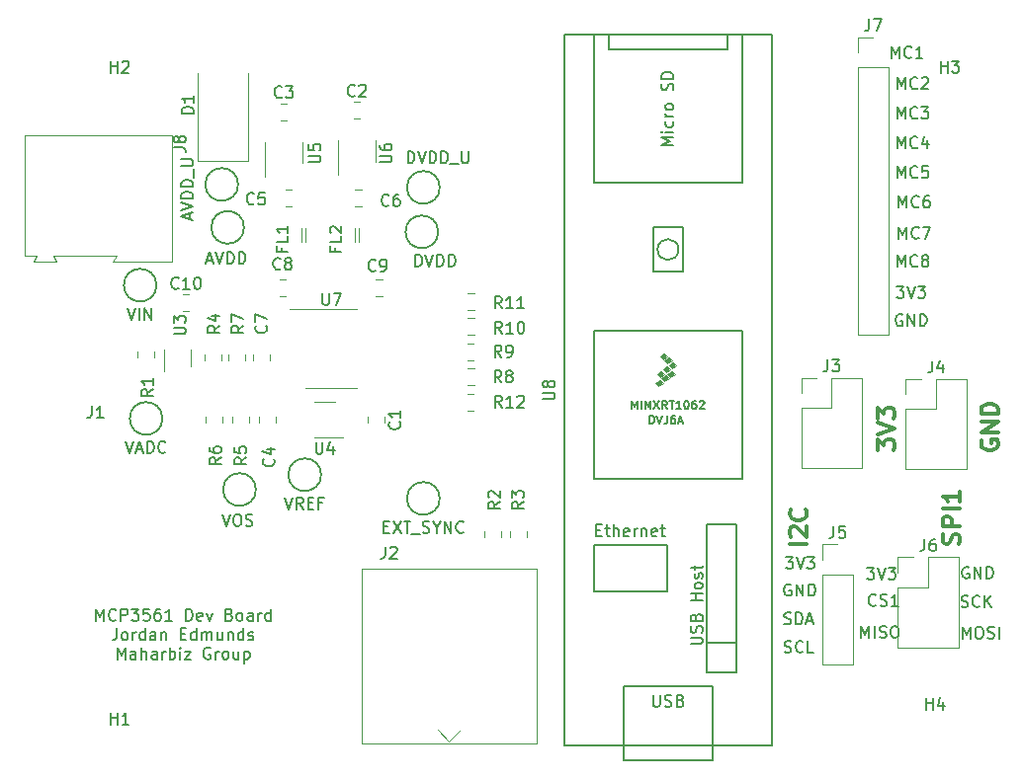
<source format=gbr>
%TF.GenerationSoftware,KiCad,Pcbnew,(5.1.6-0-10_14)*%
%TF.CreationDate,2021-01-13T17:54:44-08:00*%
%TF.ProjectId,MCP35461DevBoard,4d435033-3534-4363-9144-6576426f6172,rev?*%
%TF.SameCoordinates,Original*%
%TF.FileFunction,Legend,Top*%
%TF.FilePolarity,Positive*%
%FSLAX46Y46*%
G04 Gerber Fmt 4.6, Leading zero omitted, Abs format (unit mm)*
G04 Created by KiCad (PCBNEW (5.1.6-0-10_14)) date 2021-01-13 17:54:44*
%MOMM*%
%LPD*%
G01*
G04 APERTURE LIST*
%ADD10C,0.150000*%
%ADD11C,0.300000*%
%ADD12C,0.120000*%
%ADD13C,0.100000*%
G04 APERTURE END LIST*
D10*
X162647476Y-39060380D02*
X162647476Y-38060380D01*
X162980809Y-38774666D01*
X163314142Y-38060380D01*
X163314142Y-39060380D01*
X164361761Y-38965142D02*
X164314142Y-39012761D01*
X164171285Y-39060380D01*
X164076047Y-39060380D01*
X163933190Y-39012761D01*
X163837952Y-38917523D01*
X163790333Y-38822285D01*
X163742714Y-38631809D01*
X163742714Y-38488952D01*
X163790333Y-38298476D01*
X163837952Y-38203238D01*
X163933190Y-38108000D01*
X164076047Y-38060380D01*
X164171285Y-38060380D01*
X164314142Y-38108000D01*
X164361761Y-38155619D01*
X165314142Y-39060380D02*
X164742714Y-39060380D01*
X165028428Y-39060380D02*
X165028428Y-38060380D01*
X164933190Y-38203238D01*
X164837952Y-38298476D01*
X164742714Y-38346095D01*
X163155476Y-41727380D02*
X163155476Y-40727380D01*
X163488809Y-41441666D01*
X163822142Y-40727380D01*
X163822142Y-41727380D01*
X164869761Y-41632142D02*
X164822142Y-41679761D01*
X164679285Y-41727380D01*
X164584047Y-41727380D01*
X164441190Y-41679761D01*
X164345952Y-41584523D01*
X164298333Y-41489285D01*
X164250714Y-41298809D01*
X164250714Y-41155952D01*
X164298333Y-40965476D01*
X164345952Y-40870238D01*
X164441190Y-40775000D01*
X164584047Y-40727380D01*
X164679285Y-40727380D01*
X164822142Y-40775000D01*
X164869761Y-40822619D01*
X165250714Y-40822619D02*
X165298333Y-40775000D01*
X165393571Y-40727380D01*
X165631666Y-40727380D01*
X165726904Y-40775000D01*
X165774523Y-40822619D01*
X165822142Y-40917857D01*
X165822142Y-41013095D01*
X165774523Y-41155952D01*
X165203095Y-41727380D01*
X165822142Y-41727380D01*
X163155476Y-44267380D02*
X163155476Y-43267380D01*
X163488809Y-43981666D01*
X163822142Y-43267380D01*
X163822142Y-44267380D01*
X164869761Y-44172142D02*
X164822142Y-44219761D01*
X164679285Y-44267380D01*
X164584047Y-44267380D01*
X164441190Y-44219761D01*
X164345952Y-44124523D01*
X164298333Y-44029285D01*
X164250714Y-43838809D01*
X164250714Y-43695952D01*
X164298333Y-43505476D01*
X164345952Y-43410238D01*
X164441190Y-43315000D01*
X164584047Y-43267380D01*
X164679285Y-43267380D01*
X164822142Y-43315000D01*
X164869761Y-43362619D01*
X165203095Y-43267380D02*
X165822142Y-43267380D01*
X165488809Y-43648333D01*
X165631666Y-43648333D01*
X165726904Y-43695952D01*
X165774523Y-43743571D01*
X165822142Y-43838809D01*
X165822142Y-44076904D01*
X165774523Y-44172142D01*
X165726904Y-44219761D01*
X165631666Y-44267380D01*
X165345952Y-44267380D01*
X165250714Y-44219761D01*
X165203095Y-44172142D01*
X163155476Y-46807380D02*
X163155476Y-45807380D01*
X163488809Y-46521666D01*
X163822142Y-45807380D01*
X163822142Y-46807380D01*
X164869761Y-46712142D02*
X164822142Y-46759761D01*
X164679285Y-46807380D01*
X164584047Y-46807380D01*
X164441190Y-46759761D01*
X164345952Y-46664523D01*
X164298333Y-46569285D01*
X164250714Y-46378809D01*
X164250714Y-46235952D01*
X164298333Y-46045476D01*
X164345952Y-45950238D01*
X164441190Y-45855000D01*
X164584047Y-45807380D01*
X164679285Y-45807380D01*
X164822142Y-45855000D01*
X164869761Y-45902619D01*
X165726904Y-46140714D02*
X165726904Y-46807380D01*
X165488809Y-45759761D02*
X165250714Y-46474047D01*
X165869761Y-46474047D01*
X163155476Y-49347380D02*
X163155476Y-48347380D01*
X163488809Y-49061666D01*
X163822142Y-48347380D01*
X163822142Y-49347380D01*
X164869761Y-49252142D02*
X164822142Y-49299761D01*
X164679285Y-49347380D01*
X164584047Y-49347380D01*
X164441190Y-49299761D01*
X164345952Y-49204523D01*
X164298333Y-49109285D01*
X164250714Y-48918809D01*
X164250714Y-48775952D01*
X164298333Y-48585476D01*
X164345952Y-48490238D01*
X164441190Y-48395000D01*
X164584047Y-48347380D01*
X164679285Y-48347380D01*
X164822142Y-48395000D01*
X164869761Y-48442619D01*
X165774523Y-48347380D02*
X165298333Y-48347380D01*
X165250714Y-48823571D01*
X165298333Y-48775952D01*
X165393571Y-48728333D01*
X165631666Y-48728333D01*
X165726904Y-48775952D01*
X165774523Y-48823571D01*
X165822142Y-48918809D01*
X165822142Y-49156904D01*
X165774523Y-49252142D01*
X165726904Y-49299761D01*
X165631666Y-49347380D01*
X165393571Y-49347380D01*
X165298333Y-49299761D01*
X165250714Y-49252142D01*
X163282476Y-51887380D02*
X163282476Y-50887380D01*
X163615809Y-51601666D01*
X163949142Y-50887380D01*
X163949142Y-51887380D01*
X164996761Y-51792142D02*
X164949142Y-51839761D01*
X164806285Y-51887380D01*
X164711047Y-51887380D01*
X164568190Y-51839761D01*
X164472952Y-51744523D01*
X164425333Y-51649285D01*
X164377714Y-51458809D01*
X164377714Y-51315952D01*
X164425333Y-51125476D01*
X164472952Y-51030238D01*
X164568190Y-50935000D01*
X164711047Y-50887380D01*
X164806285Y-50887380D01*
X164949142Y-50935000D01*
X164996761Y-50982619D01*
X165853904Y-50887380D02*
X165663428Y-50887380D01*
X165568190Y-50935000D01*
X165520571Y-50982619D01*
X165425333Y-51125476D01*
X165377714Y-51315952D01*
X165377714Y-51696904D01*
X165425333Y-51792142D01*
X165472952Y-51839761D01*
X165568190Y-51887380D01*
X165758666Y-51887380D01*
X165853904Y-51839761D01*
X165901523Y-51792142D01*
X165949142Y-51696904D01*
X165949142Y-51458809D01*
X165901523Y-51363571D01*
X165853904Y-51315952D01*
X165758666Y-51268333D01*
X165568190Y-51268333D01*
X165472952Y-51315952D01*
X165425333Y-51363571D01*
X165377714Y-51458809D01*
X163282476Y-54554380D02*
X163282476Y-53554380D01*
X163615809Y-54268666D01*
X163949142Y-53554380D01*
X163949142Y-54554380D01*
X164996761Y-54459142D02*
X164949142Y-54506761D01*
X164806285Y-54554380D01*
X164711047Y-54554380D01*
X164568190Y-54506761D01*
X164472952Y-54411523D01*
X164425333Y-54316285D01*
X164377714Y-54125809D01*
X164377714Y-53982952D01*
X164425333Y-53792476D01*
X164472952Y-53697238D01*
X164568190Y-53602000D01*
X164711047Y-53554380D01*
X164806285Y-53554380D01*
X164949142Y-53602000D01*
X164996761Y-53649619D01*
X165330095Y-53554380D02*
X165996761Y-53554380D01*
X165568190Y-54554380D01*
X163155476Y-56967380D02*
X163155476Y-55967380D01*
X163488809Y-56681666D01*
X163822142Y-55967380D01*
X163822142Y-56967380D01*
X164869761Y-56872142D02*
X164822142Y-56919761D01*
X164679285Y-56967380D01*
X164584047Y-56967380D01*
X164441190Y-56919761D01*
X164345952Y-56824523D01*
X164298333Y-56729285D01*
X164250714Y-56538809D01*
X164250714Y-56395952D01*
X164298333Y-56205476D01*
X164345952Y-56110238D01*
X164441190Y-56015000D01*
X164584047Y-55967380D01*
X164679285Y-55967380D01*
X164822142Y-56015000D01*
X164869761Y-56062619D01*
X165441190Y-56395952D02*
X165345952Y-56348333D01*
X165298333Y-56300714D01*
X165250714Y-56205476D01*
X165250714Y-56157857D01*
X165298333Y-56062619D01*
X165345952Y-56015000D01*
X165441190Y-55967380D01*
X165631666Y-55967380D01*
X165726904Y-56015000D01*
X165774523Y-56062619D01*
X165822142Y-56157857D01*
X165822142Y-56205476D01*
X165774523Y-56300714D01*
X165726904Y-56348333D01*
X165631666Y-56395952D01*
X165441190Y-56395952D01*
X165345952Y-56443571D01*
X165298333Y-56491190D01*
X165250714Y-56586428D01*
X165250714Y-56776904D01*
X165298333Y-56872142D01*
X165345952Y-56919761D01*
X165441190Y-56967380D01*
X165631666Y-56967380D01*
X165726904Y-56919761D01*
X165774523Y-56872142D01*
X165822142Y-56776904D01*
X165822142Y-56586428D01*
X165774523Y-56491190D01*
X165726904Y-56443571D01*
X165631666Y-56395952D01*
X163099904Y-58634380D02*
X163718952Y-58634380D01*
X163385619Y-59015333D01*
X163528476Y-59015333D01*
X163623714Y-59062952D01*
X163671333Y-59110571D01*
X163718952Y-59205809D01*
X163718952Y-59443904D01*
X163671333Y-59539142D01*
X163623714Y-59586761D01*
X163528476Y-59634380D01*
X163242761Y-59634380D01*
X163147523Y-59586761D01*
X163099904Y-59539142D01*
X164004666Y-58634380D02*
X164338000Y-59634380D01*
X164671333Y-58634380D01*
X164909428Y-58634380D02*
X165528476Y-58634380D01*
X165195142Y-59015333D01*
X165338000Y-59015333D01*
X165433238Y-59062952D01*
X165480857Y-59110571D01*
X165528476Y-59205809D01*
X165528476Y-59443904D01*
X165480857Y-59539142D01*
X165433238Y-59586761D01*
X165338000Y-59634380D01*
X165052285Y-59634380D01*
X164957047Y-59586761D01*
X164909428Y-59539142D01*
X163576095Y-61095000D02*
X163480857Y-61047380D01*
X163338000Y-61047380D01*
X163195142Y-61095000D01*
X163099904Y-61190238D01*
X163052285Y-61285476D01*
X163004666Y-61475952D01*
X163004666Y-61618809D01*
X163052285Y-61809285D01*
X163099904Y-61904523D01*
X163195142Y-61999761D01*
X163338000Y-62047380D01*
X163433238Y-62047380D01*
X163576095Y-61999761D01*
X163623714Y-61952142D01*
X163623714Y-61618809D01*
X163433238Y-61618809D01*
X164052285Y-62047380D02*
X164052285Y-61047380D01*
X164623714Y-62047380D01*
X164623714Y-61047380D01*
X165099904Y-62047380D02*
X165099904Y-61047380D01*
X165338000Y-61047380D01*
X165480857Y-61095000D01*
X165576095Y-61190238D01*
X165623714Y-61285476D01*
X165671333Y-61475952D01*
X165671333Y-61618809D01*
X165623714Y-61809285D01*
X165576095Y-61904523D01*
X165480857Y-61999761D01*
X165338000Y-62047380D01*
X165099904Y-62047380D01*
X94504809Y-87321380D02*
X94504809Y-86321380D01*
X94838142Y-87035666D01*
X95171476Y-86321380D01*
X95171476Y-87321380D01*
X96219095Y-87226142D02*
X96171476Y-87273761D01*
X96028619Y-87321380D01*
X95933380Y-87321380D01*
X95790523Y-87273761D01*
X95695285Y-87178523D01*
X95647666Y-87083285D01*
X95600047Y-86892809D01*
X95600047Y-86749952D01*
X95647666Y-86559476D01*
X95695285Y-86464238D01*
X95790523Y-86369000D01*
X95933380Y-86321380D01*
X96028619Y-86321380D01*
X96171476Y-86369000D01*
X96219095Y-86416619D01*
X96647666Y-87321380D02*
X96647666Y-86321380D01*
X97028619Y-86321380D01*
X97123857Y-86369000D01*
X97171476Y-86416619D01*
X97219095Y-86511857D01*
X97219095Y-86654714D01*
X97171476Y-86749952D01*
X97123857Y-86797571D01*
X97028619Y-86845190D01*
X96647666Y-86845190D01*
X97552428Y-86321380D02*
X98171476Y-86321380D01*
X97838142Y-86702333D01*
X97981000Y-86702333D01*
X98076238Y-86749952D01*
X98123857Y-86797571D01*
X98171476Y-86892809D01*
X98171476Y-87130904D01*
X98123857Y-87226142D01*
X98076238Y-87273761D01*
X97981000Y-87321380D01*
X97695285Y-87321380D01*
X97600047Y-87273761D01*
X97552428Y-87226142D01*
X99076238Y-86321380D02*
X98600047Y-86321380D01*
X98552428Y-86797571D01*
X98600047Y-86749952D01*
X98695285Y-86702333D01*
X98933380Y-86702333D01*
X99028619Y-86749952D01*
X99076238Y-86797571D01*
X99123857Y-86892809D01*
X99123857Y-87130904D01*
X99076238Y-87226142D01*
X99028619Y-87273761D01*
X98933380Y-87321380D01*
X98695285Y-87321380D01*
X98600047Y-87273761D01*
X98552428Y-87226142D01*
X99981000Y-86321380D02*
X99790523Y-86321380D01*
X99695285Y-86369000D01*
X99647666Y-86416619D01*
X99552428Y-86559476D01*
X99504809Y-86749952D01*
X99504809Y-87130904D01*
X99552428Y-87226142D01*
X99600047Y-87273761D01*
X99695285Y-87321380D01*
X99885761Y-87321380D01*
X99981000Y-87273761D01*
X100028619Y-87226142D01*
X100076238Y-87130904D01*
X100076238Y-86892809D01*
X100028619Y-86797571D01*
X99981000Y-86749952D01*
X99885761Y-86702333D01*
X99695285Y-86702333D01*
X99600047Y-86749952D01*
X99552428Y-86797571D01*
X99504809Y-86892809D01*
X101028619Y-87321380D02*
X100457190Y-87321380D01*
X100742904Y-87321380D02*
X100742904Y-86321380D01*
X100647666Y-86464238D01*
X100552428Y-86559476D01*
X100457190Y-86607095D01*
X102219095Y-87321380D02*
X102219095Y-86321380D01*
X102457190Y-86321380D01*
X102600047Y-86369000D01*
X102695285Y-86464238D01*
X102742904Y-86559476D01*
X102790523Y-86749952D01*
X102790523Y-86892809D01*
X102742904Y-87083285D01*
X102695285Y-87178523D01*
X102600047Y-87273761D01*
X102457190Y-87321380D01*
X102219095Y-87321380D01*
X103600047Y-87273761D02*
X103504809Y-87321380D01*
X103314333Y-87321380D01*
X103219095Y-87273761D01*
X103171476Y-87178523D01*
X103171476Y-86797571D01*
X103219095Y-86702333D01*
X103314333Y-86654714D01*
X103504809Y-86654714D01*
X103600047Y-86702333D01*
X103647666Y-86797571D01*
X103647666Y-86892809D01*
X103171476Y-86988047D01*
X103981000Y-86654714D02*
X104219095Y-87321380D01*
X104457190Y-86654714D01*
X105933380Y-86797571D02*
X106076238Y-86845190D01*
X106123857Y-86892809D01*
X106171476Y-86988047D01*
X106171476Y-87130904D01*
X106123857Y-87226142D01*
X106076238Y-87273761D01*
X105981000Y-87321380D01*
X105600047Y-87321380D01*
X105600047Y-86321380D01*
X105933380Y-86321380D01*
X106028619Y-86369000D01*
X106076238Y-86416619D01*
X106123857Y-86511857D01*
X106123857Y-86607095D01*
X106076238Y-86702333D01*
X106028619Y-86749952D01*
X105933380Y-86797571D01*
X105600047Y-86797571D01*
X106742904Y-87321380D02*
X106647666Y-87273761D01*
X106600047Y-87226142D01*
X106552428Y-87130904D01*
X106552428Y-86845190D01*
X106600047Y-86749952D01*
X106647666Y-86702333D01*
X106742904Y-86654714D01*
X106885761Y-86654714D01*
X106981000Y-86702333D01*
X107028619Y-86749952D01*
X107076238Y-86845190D01*
X107076238Y-87130904D01*
X107028619Y-87226142D01*
X106981000Y-87273761D01*
X106885761Y-87321380D01*
X106742904Y-87321380D01*
X107933380Y-87321380D02*
X107933380Y-86797571D01*
X107885761Y-86702333D01*
X107790523Y-86654714D01*
X107600047Y-86654714D01*
X107504809Y-86702333D01*
X107933380Y-87273761D02*
X107838142Y-87321380D01*
X107600047Y-87321380D01*
X107504809Y-87273761D01*
X107457190Y-87178523D01*
X107457190Y-87083285D01*
X107504809Y-86988047D01*
X107600047Y-86940428D01*
X107838142Y-86940428D01*
X107933380Y-86892809D01*
X108409571Y-87321380D02*
X108409571Y-86654714D01*
X108409571Y-86845190D02*
X108457190Y-86749952D01*
X108504809Y-86702333D01*
X108600047Y-86654714D01*
X108695285Y-86654714D01*
X109457190Y-87321380D02*
X109457190Y-86321380D01*
X109457190Y-87273761D02*
X109361952Y-87321380D01*
X109171476Y-87321380D01*
X109076238Y-87273761D01*
X109028619Y-87226142D01*
X108981000Y-87130904D01*
X108981000Y-86845190D01*
X109028619Y-86749952D01*
X109076238Y-86702333D01*
X109171476Y-86654714D01*
X109361952Y-86654714D01*
X109457190Y-86702333D01*
X96290523Y-87971380D02*
X96290523Y-88685666D01*
X96242904Y-88828523D01*
X96147666Y-88923761D01*
X96004809Y-88971380D01*
X95909571Y-88971380D01*
X96909571Y-88971380D02*
X96814333Y-88923761D01*
X96766714Y-88876142D01*
X96719095Y-88780904D01*
X96719095Y-88495190D01*
X96766714Y-88399952D01*
X96814333Y-88352333D01*
X96909571Y-88304714D01*
X97052428Y-88304714D01*
X97147666Y-88352333D01*
X97195285Y-88399952D01*
X97242904Y-88495190D01*
X97242904Y-88780904D01*
X97195285Y-88876142D01*
X97147666Y-88923761D01*
X97052428Y-88971380D01*
X96909571Y-88971380D01*
X97671476Y-88971380D02*
X97671476Y-88304714D01*
X97671476Y-88495190D02*
X97719095Y-88399952D01*
X97766714Y-88352333D01*
X97861952Y-88304714D01*
X97957190Y-88304714D01*
X98719095Y-88971380D02*
X98719095Y-87971380D01*
X98719095Y-88923761D02*
X98623857Y-88971380D01*
X98433380Y-88971380D01*
X98338142Y-88923761D01*
X98290523Y-88876142D01*
X98242904Y-88780904D01*
X98242904Y-88495190D01*
X98290523Y-88399952D01*
X98338142Y-88352333D01*
X98433380Y-88304714D01*
X98623857Y-88304714D01*
X98719095Y-88352333D01*
X99623857Y-88971380D02*
X99623857Y-88447571D01*
X99576238Y-88352333D01*
X99481000Y-88304714D01*
X99290523Y-88304714D01*
X99195285Y-88352333D01*
X99623857Y-88923761D02*
X99528619Y-88971380D01*
X99290523Y-88971380D01*
X99195285Y-88923761D01*
X99147666Y-88828523D01*
X99147666Y-88733285D01*
X99195285Y-88638047D01*
X99290523Y-88590428D01*
X99528619Y-88590428D01*
X99623857Y-88542809D01*
X100100047Y-88304714D02*
X100100047Y-88971380D01*
X100100047Y-88399952D02*
X100147666Y-88352333D01*
X100242904Y-88304714D01*
X100385761Y-88304714D01*
X100481000Y-88352333D01*
X100528619Y-88447571D01*
X100528619Y-88971380D01*
X101766714Y-88447571D02*
X102100047Y-88447571D01*
X102242904Y-88971380D02*
X101766714Y-88971380D01*
X101766714Y-87971380D01*
X102242904Y-87971380D01*
X103100047Y-88971380D02*
X103100047Y-87971380D01*
X103100047Y-88923761D02*
X103004809Y-88971380D01*
X102814333Y-88971380D01*
X102719095Y-88923761D01*
X102671476Y-88876142D01*
X102623857Y-88780904D01*
X102623857Y-88495190D01*
X102671476Y-88399952D01*
X102719095Y-88352333D01*
X102814333Y-88304714D01*
X103004809Y-88304714D01*
X103100047Y-88352333D01*
X103576238Y-88971380D02*
X103576238Y-88304714D01*
X103576238Y-88399952D02*
X103623857Y-88352333D01*
X103719095Y-88304714D01*
X103861952Y-88304714D01*
X103957190Y-88352333D01*
X104004809Y-88447571D01*
X104004809Y-88971380D01*
X104004809Y-88447571D02*
X104052428Y-88352333D01*
X104147666Y-88304714D01*
X104290523Y-88304714D01*
X104385761Y-88352333D01*
X104433380Y-88447571D01*
X104433380Y-88971380D01*
X105338142Y-88304714D02*
X105338142Y-88971380D01*
X104909571Y-88304714D02*
X104909571Y-88828523D01*
X104957190Y-88923761D01*
X105052428Y-88971380D01*
X105195285Y-88971380D01*
X105290523Y-88923761D01*
X105338142Y-88876142D01*
X105814333Y-88304714D02*
X105814333Y-88971380D01*
X105814333Y-88399952D02*
X105861952Y-88352333D01*
X105957190Y-88304714D01*
X106100047Y-88304714D01*
X106195285Y-88352333D01*
X106242904Y-88447571D01*
X106242904Y-88971380D01*
X107147666Y-88971380D02*
X107147666Y-87971380D01*
X107147666Y-88923761D02*
X107052428Y-88971380D01*
X106861952Y-88971380D01*
X106766714Y-88923761D01*
X106719095Y-88876142D01*
X106671476Y-88780904D01*
X106671476Y-88495190D01*
X106719095Y-88399952D01*
X106766714Y-88352333D01*
X106861952Y-88304714D01*
X107052428Y-88304714D01*
X107147666Y-88352333D01*
X107576238Y-88923761D02*
X107671476Y-88971380D01*
X107861952Y-88971380D01*
X107957190Y-88923761D01*
X108004809Y-88828523D01*
X108004809Y-88780904D01*
X107957190Y-88685666D01*
X107861952Y-88638047D01*
X107719095Y-88638047D01*
X107623857Y-88590428D01*
X107576238Y-88495190D01*
X107576238Y-88447571D01*
X107623857Y-88352333D01*
X107719095Y-88304714D01*
X107861952Y-88304714D01*
X107957190Y-88352333D01*
X96338142Y-90621380D02*
X96338142Y-89621380D01*
X96671476Y-90335666D01*
X97004809Y-89621380D01*
X97004809Y-90621380D01*
X97909571Y-90621380D02*
X97909571Y-90097571D01*
X97861952Y-90002333D01*
X97766714Y-89954714D01*
X97576238Y-89954714D01*
X97481000Y-90002333D01*
X97909571Y-90573761D02*
X97814333Y-90621380D01*
X97576238Y-90621380D01*
X97481000Y-90573761D01*
X97433380Y-90478523D01*
X97433380Y-90383285D01*
X97481000Y-90288047D01*
X97576238Y-90240428D01*
X97814333Y-90240428D01*
X97909571Y-90192809D01*
X98385761Y-90621380D02*
X98385761Y-89621380D01*
X98814333Y-90621380D02*
X98814333Y-90097571D01*
X98766714Y-90002333D01*
X98671476Y-89954714D01*
X98528619Y-89954714D01*
X98433380Y-90002333D01*
X98385761Y-90049952D01*
X99719095Y-90621380D02*
X99719095Y-90097571D01*
X99671476Y-90002333D01*
X99576238Y-89954714D01*
X99385761Y-89954714D01*
X99290523Y-90002333D01*
X99719095Y-90573761D02*
X99623857Y-90621380D01*
X99385761Y-90621380D01*
X99290523Y-90573761D01*
X99242904Y-90478523D01*
X99242904Y-90383285D01*
X99290523Y-90288047D01*
X99385761Y-90240428D01*
X99623857Y-90240428D01*
X99719095Y-90192809D01*
X100195285Y-90621380D02*
X100195285Y-89954714D01*
X100195285Y-90145190D02*
X100242904Y-90049952D01*
X100290523Y-90002333D01*
X100385761Y-89954714D01*
X100480999Y-89954714D01*
X100814333Y-90621380D02*
X100814333Y-89621380D01*
X100814333Y-90002333D02*
X100909571Y-89954714D01*
X101100047Y-89954714D01*
X101195285Y-90002333D01*
X101242904Y-90049952D01*
X101290523Y-90145190D01*
X101290523Y-90430904D01*
X101242904Y-90526142D01*
X101195285Y-90573761D01*
X101100047Y-90621380D01*
X100909571Y-90621380D01*
X100814333Y-90573761D01*
X101719095Y-90621380D02*
X101719095Y-89954714D01*
X101719095Y-89621380D02*
X101671476Y-89669000D01*
X101719095Y-89716619D01*
X101766714Y-89669000D01*
X101719095Y-89621380D01*
X101719095Y-89716619D01*
X102100047Y-89954714D02*
X102623857Y-89954714D01*
X102100047Y-90621380D01*
X102623857Y-90621380D01*
X104290523Y-89669000D02*
X104195285Y-89621380D01*
X104052428Y-89621380D01*
X103909571Y-89669000D01*
X103814333Y-89764238D01*
X103766714Y-89859476D01*
X103719095Y-90049952D01*
X103719095Y-90192809D01*
X103766714Y-90383285D01*
X103814333Y-90478523D01*
X103909571Y-90573761D01*
X104052428Y-90621380D01*
X104147666Y-90621380D01*
X104290523Y-90573761D01*
X104338142Y-90526142D01*
X104338142Y-90192809D01*
X104147666Y-90192809D01*
X104766714Y-90621380D02*
X104766714Y-89954714D01*
X104766714Y-90145190D02*
X104814333Y-90049952D01*
X104861952Y-90002333D01*
X104957190Y-89954714D01*
X105052428Y-89954714D01*
X105528619Y-90621380D02*
X105433380Y-90573761D01*
X105385761Y-90526142D01*
X105338142Y-90430904D01*
X105338142Y-90145190D01*
X105385761Y-90049952D01*
X105433380Y-90002333D01*
X105528619Y-89954714D01*
X105671476Y-89954714D01*
X105766714Y-90002333D01*
X105814333Y-90049952D01*
X105861952Y-90145190D01*
X105861952Y-90430904D01*
X105814333Y-90526142D01*
X105766714Y-90573761D01*
X105671476Y-90621380D01*
X105528619Y-90621380D01*
X106719095Y-89954714D02*
X106719095Y-90621380D01*
X106290523Y-89954714D02*
X106290523Y-90478523D01*
X106338142Y-90573761D01*
X106433380Y-90621380D01*
X106576238Y-90621380D01*
X106671476Y-90573761D01*
X106719095Y-90526142D01*
X107195285Y-89954714D02*
X107195285Y-90954714D01*
X107195285Y-90002333D02*
X107290523Y-89954714D01*
X107481000Y-89954714D01*
X107576238Y-90002333D01*
X107623857Y-90049952D01*
X107671476Y-90145190D01*
X107671476Y-90430904D01*
X107623857Y-90526142D01*
X107576238Y-90573761D01*
X107481000Y-90621380D01*
X107290523Y-90621380D01*
X107195285Y-90573761D01*
X169265695Y-82761200D02*
X169170457Y-82713580D01*
X169027600Y-82713580D01*
X168884742Y-82761200D01*
X168789504Y-82856438D01*
X168741885Y-82951676D01*
X168694266Y-83142152D01*
X168694266Y-83285009D01*
X168741885Y-83475485D01*
X168789504Y-83570723D01*
X168884742Y-83665961D01*
X169027600Y-83713580D01*
X169122838Y-83713580D01*
X169265695Y-83665961D01*
X169313314Y-83618342D01*
X169313314Y-83285009D01*
X169122838Y-83285009D01*
X169741885Y-83713580D02*
X169741885Y-82713580D01*
X170313314Y-83713580D01*
X170313314Y-82713580D01*
X170789504Y-83713580D02*
X170789504Y-82713580D01*
X171027600Y-82713580D01*
X171170457Y-82761200D01*
X171265695Y-82856438D01*
X171313314Y-82951676D01*
X171360933Y-83142152D01*
X171360933Y-83285009D01*
X171313314Y-83475485D01*
X171265695Y-83570723D01*
X171170457Y-83665961D01*
X171027600Y-83713580D01*
X170789504Y-83713580D01*
X168640285Y-86104361D02*
X168783142Y-86151980D01*
X169021238Y-86151980D01*
X169116476Y-86104361D01*
X169164095Y-86056742D01*
X169211714Y-85961504D01*
X169211714Y-85866266D01*
X169164095Y-85771028D01*
X169116476Y-85723409D01*
X169021238Y-85675790D01*
X168830761Y-85628171D01*
X168735523Y-85580552D01*
X168687904Y-85532933D01*
X168640285Y-85437695D01*
X168640285Y-85342457D01*
X168687904Y-85247219D01*
X168735523Y-85199600D01*
X168830761Y-85151980D01*
X169068857Y-85151980D01*
X169211714Y-85199600D01*
X170211714Y-86056742D02*
X170164095Y-86104361D01*
X170021238Y-86151980D01*
X169926000Y-86151980D01*
X169783142Y-86104361D01*
X169687904Y-86009123D01*
X169640285Y-85913885D01*
X169592666Y-85723409D01*
X169592666Y-85580552D01*
X169640285Y-85390076D01*
X169687904Y-85294838D01*
X169783142Y-85199600D01*
X169926000Y-85151980D01*
X170021238Y-85151980D01*
X170164095Y-85199600D01*
X170211714Y-85247219D01*
X170640285Y-86151980D02*
X170640285Y-85151980D01*
X171211714Y-86151980D02*
X170783142Y-85580552D01*
X171211714Y-85151980D02*
X170640285Y-85723409D01*
X168735571Y-88844380D02*
X168735571Y-87844380D01*
X169068904Y-88558666D01*
X169402238Y-87844380D01*
X169402238Y-88844380D01*
X170068904Y-87844380D02*
X170259380Y-87844380D01*
X170354619Y-87892000D01*
X170449857Y-87987238D01*
X170497476Y-88177714D01*
X170497476Y-88511047D01*
X170449857Y-88701523D01*
X170354619Y-88796761D01*
X170259380Y-88844380D01*
X170068904Y-88844380D01*
X169973666Y-88796761D01*
X169878428Y-88701523D01*
X169830809Y-88511047D01*
X169830809Y-88177714D01*
X169878428Y-87987238D01*
X169973666Y-87892000D01*
X170068904Y-87844380D01*
X170878428Y-88796761D02*
X171021285Y-88844380D01*
X171259380Y-88844380D01*
X171354619Y-88796761D01*
X171402238Y-88749142D01*
X171449857Y-88653904D01*
X171449857Y-88558666D01*
X171402238Y-88463428D01*
X171354619Y-88415809D01*
X171259380Y-88368190D01*
X171068904Y-88320571D01*
X170973666Y-88272952D01*
X170926047Y-88225333D01*
X170878428Y-88130095D01*
X170878428Y-88034857D01*
X170926047Y-87939619D01*
X170973666Y-87892000D01*
X171068904Y-87844380D01*
X171307000Y-87844380D01*
X171449857Y-87892000D01*
X171878428Y-88844380D02*
X171878428Y-87844380D01*
X160074171Y-88793580D02*
X160074171Y-87793580D01*
X160407504Y-88507866D01*
X160740838Y-87793580D01*
X160740838Y-88793580D01*
X161217028Y-88793580D02*
X161217028Y-87793580D01*
X161645600Y-88745961D02*
X161788457Y-88793580D01*
X162026552Y-88793580D01*
X162121790Y-88745961D01*
X162169409Y-88698342D01*
X162217028Y-88603104D01*
X162217028Y-88507866D01*
X162169409Y-88412628D01*
X162121790Y-88365009D01*
X162026552Y-88317390D01*
X161836076Y-88269771D01*
X161740838Y-88222152D01*
X161693219Y-88174533D01*
X161645600Y-88079295D01*
X161645600Y-87984057D01*
X161693219Y-87888819D01*
X161740838Y-87841200D01*
X161836076Y-87793580D01*
X162074171Y-87793580D01*
X162217028Y-87841200D01*
X162836076Y-87793580D02*
X163026552Y-87793580D01*
X163121790Y-87841200D01*
X163217028Y-87936438D01*
X163264647Y-88126914D01*
X163264647Y-88460247D01*
X163217028Y-88650723D01*
X163121790Y-88745961D01*
X163026552Y-88793580D01*
X162836076Y-88793580D01*
X162740838Y-88745961D01*
X162645600Y-88650723D01*
X162597980Y-88460247D01*
X162597980Y-88126914D01*
X162645600Y-87936438D01*
X162740838Y-87841200D01*
X162836076Y-87793580D01*
X161307542Y-85955142D02*
X161259923Y-86002761D01*
X161117066Y-86050380D01*
X161021828Y-86050380D01*
X160878971Y-86002761D01*
X160783733Y-85907523D01*
X160736114Y-85812285D01*
X160688495Y-85621809D01*
X160688495Y-85478952D01*
X160736114Y-85288476D01*
X160783733Y-85193238D01*
X160878971Y-85098000D01*
X161021828Y-85050380D01*
X161117066Y-85050380D01*
X161259923Y-85098000D01*
X161307542Y-85145619D01*
X161688495Y-86002761D02*
X161831352Y-86050380D01*
X162069447Y-86050380D01*
X162164685Y-86002761D01*
X162212304Y-85955142D01*
X162259923Y-85859904D01*
X162259923Y-85764666D01*
X162212304Y-85669428D01*
X162164685Y-85621809D01*
X162069447Y-85574190D01*
X161878971Y-85526571D01*
X161783733Y-85478952D01*
X161736114Y-85431333D01*
X161688495Y-85336095D01*
X161688495Y-85240857D01*
X161736114Y-85145619D01*
X161783733Y-85098000D01*
X161878971Y-85050380D01*
X162117066Y-85050380D01*
X162259923Y-85098000D01*
X163212304Y-86050380D02*
X162640876Y-86050380D01*
X162926590Y-86050380D02*
X162926590Y-85050380D01*
X162831352Y-85193238D01*
X162736114Y-85288476D01*
X162640876Y-85336095D01*
X160559904Y-82764380D02*
X161178952Y-82764380D01*
X160845619Y-83145333D01*
X160988476Y-83145333D01*
X161083714Y-83192952D01*
X161131333Y-83240571D01*
X161178952Y-83335809D01*
X161178952Y-83573904D01*
X161131333Y-83669142D01*
X161083714Y-83716761D01*
X160988476Y-83764380D01*
X160702761Y-83764380D01*
X160607523Y-83716761D01*
X160559904Y-83669142D01*
X161464666Y-82764380D02*
X161798000Y-83764380D01*
X162131333Y-82764380D01*
X162369428Y-82764380D02*
X162988476Y-82764380D01*
X162655142Y-83145333D01*
X162798000Y-83145333D01*
X162893238Y-83192952D01*
X162940857Y-83240571D01*
X162988476Y-83335809D01*
X162988476Y-83573904D01*
X162940857Y-83669142D01*
X162893238Y-83716761D01*
X162798000Y-83764380D01*
X162512285Y-83764380D01*
X162417047Y-83716761D01*
X162369428Y-83669142D01*
X153495523Y-90015961D02*
X153638380Y-90063580D01*
X153876476Y-90063580D01*
X153971714Y-90015961D01*
X154019333Y-89968342D01*
X154066952Y-89873104D01*
X154066952Y-89777866D01*
X154019333Y-89682628D01*
X153971714Y-89635009D01*
X153876476Y-89587390D01*
X153686000Y-89539771D01*
X153590761Y-89492152D01*
X153543142Y-89444533D01*
X153495523Y-89349295D01*
X153495523Y-89254057D01*
X153543142Y-89158819D01*
X153590761Y-89111200D01*
X153686000Y-89063580D01*
X153924095Y-89063580D01*
X154066952Y-89111200D01*
X155066952Y-89968342D02*
X155019333Y-90015961D01*
X154876476Y-90063580D01*
X154781238Y-90063580D01*
X154638380Y-90015961D01*
X154543142Y-89920723D01*
X154495523Y-89825485D01*
X154447904Y-89635009D01*
X154447904Y-89492152D01*
X154495523Y-89301676D01*
X154543142Y-89206438D01*
X154638380Y-89111200D01*
X154781238Y-89063580D01*
X154876476Y-89063580D01*
X155019333Y-89111200D01*
X155066952Y-89158819D01*
X155971714Y-90063580D02*
X155495523Y-90063580D01*
X155495523Y-89063580D01*
X153471714Y-87577561D02*
X153614571Y-87625180D01*
X153852666Y-87625180D01*
X153947904Y-87577561D01*
X153995523Y-87529942D01*
X154043142Y-87434704D01*
X154043142Y-87339466D01*
X153995523Y-87244228D01*
X153947904Y-87196609D01*
X153852666Y-87148990D01*
X153662190Y-87101371D01*
X153566952Y-87053752D01*
X153519333Y-87006133D01*
X153471714Y-86910895D01*
X153471714Y-86815657D01*
X153519333Y-86720419D01*
X153566952Y-86672800D01*
X153662190Y-86625180D01*
X153900285Y-86625180D01*
X154043142Y-86672800D01*
X154471714Y-87625180D02*
X154471714Y-86625180D01*
X154709809Y-86625180D01*
X154852666Y-86672800D01*
X154947904Y-86768038D01*
X154995523Y-86863276D01*
X155043142Y-87053752D01*
X155043142Y-87196609D01*
X154995523Y-87387085D01*
X154947904Y-87482323D01*
X154852666Y-87577561D01*
X154709809Y-87625180D01*
X154471714Y-87625180D01*
X155424095Y-87339466D02*
X155900285Y-87339466D01*
X155328857Y-87625180D02*
X155662190Y-86625180D01*
X155995523Y-87625180D01*
X154025695Y-84234400D02*
X153930457Y-84186780D01*
X153787600Y-84186780D01*
X153644742Y-84234400D01*
X153549504Y-84329638D01*
X153501885Y-84424876D01*
X153454266Y-84615352D01*
X153454266Y-84758209D01*
X153501885Y-84948685D01*
X153549504Y-85043923D01*
X153644742Y-85139161D01*
X153787600Y-85186780D01*
X153882838Y-85186780D01*
X154025695Y-85139161D01*
X154073314Y-85091542D01*
X154073314Y-84758209D01*
X153882838Y-84758209D01*
X154501885Y-85186780D02*
X154501885Y-84186780D01*
X155073314Y-85186780D01*
X155073314Y-84186780D01*
X155549504Y-85186780D02*
X155549504Y-84186780D01*
X155787600Y-84186780D01*
X155930457Y-84234400D01*
X156025695Y-84329638D01*
X156073314Y-84424876D01*
X156120933Y-84615352D01*
X156120933Y-84758209D01*
X156073314Y-84948685D01*
X156025695Y-85043923D01*
X155930457Y-85139161D01*
X155787600Y-85186780D01*
X155549504Y-85186780D01*
X153600304Y-81849980D02*
X154219352Y-81849980D01*
X153886019Y-82230933D01*
X154028876Y-82230933D01*
X154124114Y-82278552D01*
X154171733Y-82326171D01*
X154219352Y-82421409D01*
X154219352Y-82659504D01*
X154171733Y-82754742D01*
X154124114Y-82802361D01*
X154028876Y-82849980D01*
X153743161Y-82849980D01*
X153647923Y-82802361D01*
X153600304Y-82754742D01*
X154505066Y-81849980D02*
X154838400Y-82849980D01*
X155171733Y-81849980D01*
X155409828Y-81849980D02*
X156028876Y-81849980D01*
X155695542Y-82230933D01*
X155838400Y-82230933D01*
X155933638Y-82278552D01*
X155981257Y-82326171D01*
X156028876Y-82421409D01*
X156028876Y-82659504D01*
X155981257Y-82754742D01*
X155933638Y-82802361D01*
X155838400Y-82849980D01*
X155552685Y-82849980D01*
X155457447Y-82802361D01*
X155409828Y-82754742D01*
D11*
X155415371Y-80763085D02*
X153915371Y-80763085D01*
X154058228Y-80120228D02*
X153986800Y-80048800D01*
X153915371Y-79905942D01*
X153915371Y-79548800D01*
X153986800Y-79405942D01*
X154058228Y-79334514D01*
X154201085Y-79263085D01*
X154343942Y-79263085D01*
X154558228Y-79334514D01*
X155415371Y-80191657D01*
X155415371Y-79263085D01*
X155272514Y-77763085D02*
X155343942Y-77834514D01*
X155415371Y-78048800D01*
X155415371Y-78191657D01*
X155343942Y-78405942D01*
X155201085Y-78548800D01*
X155058228Y-78620228D01*
X154772514Y-78691657D01*
X154558228Y-78691657D01*
X154272514Y-78620228D01*
X154129657Y-78548800D01*
X153986800Y-78405942D01*
X153915371Y-78191657D01*
X153915371Y-78048800D01*
X153986800Y-77834514D01*
X154058228Y-77763085D01*
X168450342Y-80736000D02*
X168521771Y-80521714D01*
X168521771Y-80164571D01*
X168450342Y-80021714D01*
X168378914Y-79950285D01*
X168236057Y-79878857D01*
X168093200Y-79878857D01*
X167950342Y-79950285D01*
X167878914Y-80021714D01*
X167807485Y-80164571D01*
X167736057Y-80450285D01*
X167664628Y-80593142D01*
X167593200Y-80664571D01*
X167450342Y-80736000D01*
X167307485Y-80736000D01*
X167164628Y-80664571D01*
X167093200Y-80593142D01*
X167021771Y-80450285D01*
X167021771Y-80093142D01*
X167093200Y-79878857D01*
X168521771Y-79236000D02*
X167021771Y-79236000D01*
X167021771Y-78664571D01*
X167093200Y-78521714D01*
X167164628Y-78450285D01*
X167307485Y-78378857D01*
X167521771Y-78378857D01*
X167664628Y-78450285D01*
X167736057Y-78521714D01*
X167807485Y-78664571D01*
X167807485Y-79236000D01*
X168521771Y-77736000D02*
X167021771Y-77736000D01*
X168521771Y-76236000D02*
X168521771Y-77093142D01*
X168521771Y-76664571D02*
X167021771Y-76664571D01*
X167236057Y-76807428D01*
X167378914Y-76950285D01*
X167450342Y-77093142D01*
X161433771Y-72723142D02*
X161433771Y-71794571D01*
X162005200Y-72294571D01*
X162005200Y-72080285D01*
X162076628Y-71937428D01*
X162148057Y-71866000D01*
X162290914Y-71794571D01*
X162648057Y-71794571D01*
X162790914Y-71866000D01*
X162862342Y-71937428D01*
X162933771Y-72080285D01*
X162933771Y-72508857D01*
X162862342Y-72651714D01*
X162790914Y-72723142D01*
X161433771Y-71366000D02*
X162933771Y-70866000D01*
X161433771Y-70366000D01*
X161433771Y-70008857D02*
X161433771Y-69080285D01*
X162005200Y-69580285D01*
X162005200Y-69366000D01*
X162076628Y-69223142D01*
X162148057Y-69151714D01*
X162290914Y-69080285D01*
X162648057Y-69080285D01*
X162790914Y-69151714D01*
X162862342Y-69223142D01*
X162933771Y-69366000D01*
X162933771Y-69794571D01*
X162862342Y-69937428D01*
X162790914Y-70008857D01*
X170395200Y-71856457D02*
X170323771Y-71999314D01*
X170323771Y-72213600D01*
X170395200Y-72427885D01*
X170538057Y-72570742D01*
X170680914Y-72642171D01*
X170966628Y-72713600D01*
X171180914Y-72713600D01*
X171466628Y-72642171D01*
X171609485Y-72570742D01*
X171752342Y-72427885D01*
X171823771Y-72213600D01*
X171823771Y-72070742D01*
X171752342Y-71856457D01*
X171680914Y-71785028D01*
X171180914Y-71785028D01*
X171180914Y-72070742D01*
X171823771Y-71142171D02*
X170323771Y-71142171D01*
X171823771Y-70285028D01*
X170323771Y-70285028D01*
X171823771Y-69570742D02*
X170323771Y-69570742D01*
X170323771Y-69213600D01*
X170395200Y-68999314D01*
X170538057Y-68856457D01*
X170680914Y-68785028D01*
X170966628Y-68713600D01*
X171180914Y-68713600D01*
X171466628Y-68785028D01*
X171609485Y-68856457D01*
X171752342Y-68999314D01*
X171823771Y-69213600D01*
X171823771Y-69570742D01*
D10*
%TO.C,TP9*%
X123955000Y-76835000D02*
G75*
G03*
X123955000Y-76835000I-1400000J0D01*
G01*
D12*
%TO.C,J2*%
X124764800Y-97691600D02*
X123764800Y-96691600D01*
X124764800Y-97691600D02*
X125764800Y-96691600D01*
X132264800Y-82891600D02*
X132264800Y-97891600D01*
X117264800Y-82891600D02*
X132264800Y-82891600D01*
X117264800Y-97891600D02*
X117264800Y-82891600D01*
X132264800Y-97891600D02*
X117264800Y-97891600D01*
%TO.C,J8*%
X101042000Y-45690000D02*
X88442000Y-45690000D01*
X88442000Y-45690000D02*
X88442000Y-56040000D01*
X88442000Y-56040000D02*
X89392000Y-56040000D01*
X89392000Y-56040000D02*
X89142000Y-56540000D01*
X89142000Y-56540000D02*
X91042000Y-56540000D01*
X91042000Y-56540000D02*
X91092000Y-56540000D01*
X91092000Y-56540000D02*
X90842000Y-56040000D01*
X90842000Y-56040000D02*
X96242000Y-56040000D01*
X96242000Y-56040000D02*
X95942000Y-56540000D01*
X95942000Y-56540000D02*
X101042000Y-56540000D01*
X101042000Y-56540000D02*
X101042000Y-45690000D01*
%TO.C,R12*%
X126880252Y-69290000D02*
X126357748Y-69290000D01*
X126880252Y-67870000D02*
X126357748Y-67870000D01*
%TO.C,C10*%
X101964748Y-59361000D02*
X102487252Y-59361000D01*
X101964748Y-60781000D02*
X102487252Y-60781000D01*
%TO.C,U7*%
X114681000Y-67393000D02*
X116881000Y-67393000D01*
X114681000Y-67393000D02*
X112481000Y-67393000D01*
X114681000Y-60623000D02*
X116881000Y-60623000D01*
X114681000Y-60623000D02*
X111081000Y-60623000D01*
D13*
%TO.C,U8*%
G36*
X143203000Y-64367000D02*
G01*
X143457000Y-64621000D01*
X143076000Y-64875000D01*
X142822000Y-64621000D01*
X143203000Y-64367000D01*
G37*
X143203000Y-64367000D02*
X143457000Y-64621000D01*
X143076000Y-64875000D01*
X142822000Y-64621000D01*
X143203000Y-64367000D01*
G36*
X143584000Y-64748000D02*
G01*
X143838000Y-65002000D01*
X143457000Y-65256000D01*
X143203000Y-65002000D01*
X143584000Y-64748000D01*
G37*
X143584000Y-64748000D02*
X143838000Y-65002000D01*
X143457000Y-65256000D01*
X143203000Y-65002000D01*
X143584000Y-64748000D01*
G36*
X142822000Y-66653000D02*
G01*
X143076000Y-66907000D01*
X142695000Y-67161000D01*
X142441000Y-66907000D01*
X142822000Y-66653000D01*
G37*
X142822000Y-66653000D02*
X143076000Y-66907000D01*
X142695000Y-67161000D01*
X142441000Y-66907000D01*
X142822000Y-66653000D01*
G36*
X143330000Y-66272000D02*
G01*
X143584000Y-66526000D01*
X143203000Y-66780000D01*
X142949000Y-66526000D01*
X143330000Y-66272000D01*
G37*
X143330000Y-66272000D02*
X143584000Y-66526000D01*
X143203000Y-66780000D01*
X142949000Y-66526000D01*
X143330000Y-66272000D01*
G36*
X143838000Y-65891000D02*
G01*
X144092000Y-66145000D01*
X143711000Y-66399000D01*
X143457000Y-66145000D01*
X143838000Y-65891000D01*
G37*
X143838000Y-65891000D02*
X144092000Y-66145000D01*
X143711000Y-66399000D01*
X143457000Y-66145000D01*
X143838000Y-65891000D01*
G36*
X142949000Y-65891000D02*
G01*
X143203000Y-66145000D01*
X142822000Y-66399000D01*
X142568000Y-66145000D01*
X142949000Y-65891000D01*
G37*
X142949000Y-65891000D02*
X143203000Y-66145000D01*
X142822000Y-66399000D01*
X142568000Y-66145000D01*
X142949000Y-65891000D01*
G36*
X143457000Y-65510000D02*
G01*
X143711000Y-65764000D01*
X143330000Y-66018000D01*
X143076000Y-65764000D01*
X143457000Y-65510000D01*
G37*
X143457000Y-65510000D02*
X143711000Y-65764000D01*
X143330000Y-66018000D01*
X143076000Y-65764000D01*
X143457000Y-65510000D01*
G36*
X143965000Y-65129000D02*
G01*
X144219000Y-65383000D01*
X143838000Y-65637000D01*
X143584000Y-65383000D01*
X143965000Y-65129000D01*
G37*
X143965000Y-65129000D02*
X144219000Y-65383000D01*
X143838000Y-65637000D01*
X143584000Y-65383000D01*
X143965000Y-65129000D01*
D10*
X152400000Y-98044000D02*
X134620000Y-98044000D01*
X152400000Y-37084000D02*
X152400000Y-98044000D01*
X134620000Y-37084000D02*
X152400000Y-37084000D01*
X134620000Y-98044000D02*
X134620000Y-37084000D01*
X147320000Y-92964000D02*
X147320000Y-98044000D01*
X139700000Y-92964000D02*
X139700000Y-98044000D01*
X147320000Y-92964000D02*
X139700000Y-92964000D01*
X139700000Y-99314000D02*
X139700000Y-98044000D01*
X147320000Y-99314000D02*
X139700000Y-99314000D01*
X147320000Y-98044000D02*
X147320000Y-99314000D01*
X137160000Y-37084000D02*
X137160000Y-49784000D01*
X137160000Y-49784000D02*
X149860000Y-49784000D01*
X149860000Y-49784000D02*
X149860000Y-37084000D01*
X138430000Y-37084000D02*
X138430000Y-38354000D01*
X138430000Y-38354000D02*
X148590000Y-38354000D01*
X148590000Y-38354000D02*
X148590000Y-37084000D01*
X142240000Y-53594000D02*
X144780000Y-53594000D01*
X144780000Y-53594000D02*
X144780000Y-57404000D01*
X144780000Y-57404000D02*
X142240000Y-57404000D01*
X142240000Y-57404000D02*
X142240000Y-53594000D01*
X146809200Y-91744800D02*
X146809200Y-79044800D01*
X146809200Y-79044800D02*
X149349200Y-79044800D01*
X149349200Y-79044800D02*
X149349200Y-91744800D01*
X149349200Y-91744800D02*
X146809200Y-91744800D01*
X146809200Y-91744800D02*
X146809200Y-89204800D01*
X146809200Y-89204800D02*
X149349200Y-89204800D01*
X137408400Y-84814000D02*
X143408400Y-84814000D01*
X143408400Y-84814000D02*
X143408400Y-80814000D01*
X143408400Y-80814000D02*
X137158400Y-80814000D01*
X137158400Y-80814000D02*
X137158400Y-84814000D01*
X137158400Y-84814000D02*
X137408400Y-84814000D01*
X149860000Y-75184000D02*
X149860000Y-62484000D01*
X149860000Y-62484000D02*
X137160000Y-62484000D01*
X137160000Y-62484000D02*
X137160000Y-75184000D01*
X137160000Y-75184000D02*
X149860000Y-75184000D01*
X144408026Y-55499000D02*
G75*
G03*
X144408026Y-55499000I-898026J0D01*
G01*
D12*
%TO.C,U6*%
X118497000Y-47956000D02*
X118497000Y-46156000D01*
X115277000Y-46156000D02*
X115277000Y-49106000D01*
%TO.C,U5*%
X112227000Y-48097000D02*
X112227000Y-46297000D01*
X109007000Y-46297000D02*
X109007000Y-49247000D01*
%TO.C,U4*%
X114994000Y-68544000D02*
X113234000Y-68544000D01*
X113234000Y-71614000D02*
X115664000Y-71614000D01*
%TO.C,U3*%
X100313000Y-64070000D02*
X100313000Y-65970000D01*
X102633000Y-65470000D02*
X102633000Y-64070000D01*
D10*
%TO.C,TP8*%
X123828000Y-53975000D02*
G75*
G03*
X123828000Y-53975000I-1400000J0D01*
G01*
%TO.C,TP7*%
X107191000Y-53594000D02*
G75*
G03*
X107191000Y-53594000I-1400000J0D01*
G01*
%TO.C,TP6*%
X123955000Y-50165000D02*
G75*
G03*
X123955000Y-50165000I-1400000J0D01*
G01*
%TO.C,TP5*%
X106683000Y-49911000D02*
G75*
G03*
X106683000Y-49911000I-1400000J0D01*
G01*
%TO.C,TP4*%
X113795000Y-74803000D02*
G75*
G03*
X113795000Y-74803000I-1400000J0D01*
G01*
%TO.C,TP3*%
X100206000Y-69977000D02*
G75*
G03*
X100206000Y-69977000I-1400000J0D01*
G01*
%TO.C,TP2*%
X99698000Y-58547000D02*
G75*
G03*
X99698000Y-58547000I-1400000J0D01*
G01*
%TO.C,TP1*%
X108207000Y-76073000D02*
G75*
G03*
X108207000Y-76073000I-1400000J0D01*
G01*
D12*
%TO.C,R11*%
X126889252Y-60654000D02*
X126366748Y-60654000D01*
X126889252Y-59234000D02*
X126366748Y-59234000D01*
%TO.C,R10*%
X126889252Y-62813000D02*
X126366748Y-62813000D01*
X126889252Y-61393000D02*
X126366748Y-61393000D01*
%TO.C,R9*%
X126871252Y-64972000D02*
X126348748Y-64972000D01*
X126871252Y-63552000D02*
X126348748Y-63552000D01*
%TO.C,R8*%
X126889252Y-67131000D02*
X126366748Y-67131000D01*
X126889252Y-65711000D02*
X126366748Y-65711000D01*
%TO.C,R7*%
X107263000Y-64499748D02*
X107263000Y-65022252D01*
X105843000Y-64499748D02*
X105843000Y-65022252D01*
%TO.C,R6*%
X105358000Y-69851748D02*
X105358000Y-70374252D01*
X103938000Y-69851748D02*
X103938000Y-70374252D01*
%TO.C,R5*%
X106215000Y-70365252D02*
X106215000Y-69842748D01*
X107635000Y-70365252D02*
X107635000Y-69842748D01*
%TO.C,R4*%
X103802000Y-65031252D02*
X103802000Y-64508748D01*
X105222000Y-65031252D02*
X105222000Y-64508748D01*
%TO.C,R3*%
X131393000Y-79612748D02*
X131393000Y-80135252D01*
X129973000Y-79612748D02*
X129973000Y-80135252D01*
%TO.C,R2*%
X127814000Y-80153252D02*
X127814000Y-79630748D01*
X129234000Y-80153252D02*
X129234000Y-79630748D01*
%TO.C,R1*%
X99516000Y-64245748D02*
X99516000Y-64768252D01*
X98096000Y-64245748D02*
X98096000Y-64768252D01*
%TO.C,J7*%
X159756800Y-62798000D02*
X162416800Y-62798000D01*
X159756800Y-39878000D02*
X159756800Y-62798000D01*
X162416800Y-39878000D02*
X162416800Y-62798000D01*
X159756800Y-39878000D02*
X162416800Y-39878000D01*
X159756800Y-38608000D02*
X159756800Y-37278000D01*
X159756800Y-37278000D02*
X161086800Y-37278000D01*
%TO.C,J6*%
X163211200Y-89620400D02*
X168411200Y-89620400D01*
X163211200Y-84480400D02*
X163211200Y-89620400D01*
X168411200Y-81880400D02*
X168411200Y-89620400D01*
X163211200Y-84480400D02*
X165811200Y-84480400D01*
X165811200Y-84480400D02*
X165811200Y-81880400D01*
X165811200Y-81880400D02*
X168411200Y-81880400D01*
X163211200Y-83210400D02*
X163211200Y-81880400D01*
X163211200Y-81880400D02*
X164541200Y-81880400D01*
%TO.C,J5*%
X156708800Y-91042800D02*
X159368800Y-91042800D01*
X156708800Y-83362800D02*
X156708800Y-91042800D01*
X159368800Y-83362800D02*
X159368800Y-91042800D01*
X156708800Y-83362800D02*
X159368800Y-83362800D01*
X156708800Y-82092800D02*
X156708800Y-80762800D01*
X156708800Y-80762800D02*
X158038800Y-80762800D01*
%TO.C,J4*%
X163871600Y-74329600D02*
X169071600Y-74329600D01*
X163871600Y-69189600D02*
X163871600Y-74329600D01*
X169071600Y-66589600D02*
X169071600Y-74329600D01*
X163871600Y-69189600D02*
X166471600Y-69189600D01*
X166471600Y-69189600D02*
X166471600Y-66589600D01*
X166471600Y-66589600D02*
X169071600Y-66589600D01*
X163871600Y-67919600D02*
X163871600Y-66589600D01*
X163871600Y-66589600D02*
X165201600Y-66589600D01*
%TO.C,J3*%
X154930800Y-74228000D02*
X160130800Y-74228000D01*
X154930800Y-69088000D02*
X154930800Y-74228000D01*
X160130800Y-66488000D02*
X160130800Y-74228000D01*
X154930800Y-69088000D02*
X157530800Y-69088000D01*
X157530800Y-69088000D02*
X157530800Y-66488000D01*
X157530800Y-66488000D02*
X160130800Y-66488000D01*
X154930800Y-67818000D02*
X154930800Y-66488000D01*
X154930800Y-66488000D02*
X156260800Y-66488000D01*
%TO.C,FL2*%
X116649500Y-53657500D02*
X116649500Y-54800500D01*
X117030500Y-53657500D02*
X117030500Y-54800500D01*
%TO.C,FL1*%
X112077500Y-53657500D02*
X112077500Y-54800500D01*
X112458500Y-53657500D02*
X112458500Y-54800500D01*
%TO.C,D1*%
X103260000Y-47924000D02*
X107560000Y-47924000D01*
X107560000Y-47924000D02*
X107560000Y-40374000D01*
X103260000Y-47924000D02*
X103260000Y-40374000D01*
%TO.C,C9*%
X118492748Y-58091000D02*
X119015252Y-58091000D01*
X118492748Y-59511000D02*
X119015252Y-59511000D01*
%TO.C,C8*%
X110742252Y-59511000D02*
X110219748Y-59511000D01*
X110742252Y-58091000D02*
X110219748Y-58091000D01*
%TO.C,C7*%
X109422000Y-64508748D02*
X109422000Y-65031252D01*
X108002000Y-64508748D02*
X108002000Y-65031252D01*
%TO.C,C6*%
X116714748Y-50344000D02*
X117237252Y-50344000D01*
X116714748Y-51764000D02*
X117237252Y-51764000D01*
%TO.C,C5*%
X111268252Y-51764000D02*
X110745748Y-51764000D01*
X111268252Y-50344000D02*
X110745748Y-50344000D01*
%TO.C,C4*%
X109930000Y-69851748D02*
X109930000Y-70374252D01*
X108510000Y-69851748D02*
X108510000Y-70374252D01*
%TO.C,C3*%
X110346748Y-42978000D02*
X110869252Y-42978000D01*
X110346748Y-44398000D02*
X110869252Y-44398000D01*
%TO.C,C2*%
X116587748Y-42851000D02*
X117110252Y-42851000D01*
X116587748Y-44271000D02*
X117110252Y-44271000D01*
%TO.C,C1*%
X119201000Y-69851748D02*
X119201000Y-70374252D01*
X117781000Y-69851748D02*
X117781000Y-70374252D01*
%TO.C,TP9*%
D10*
X119174047Y-79263571D02*
X119507380Y-79263571D01*
X119650238Y-79787380D02*
X119174047Y-79787380D01*
X119174047Y-78787380D01*
X119650238Y-78787380D01*
X119983571Y-78787380D02*
X120650238Y-79787380D01*
X120650238Y-78787380D02*
X119983571Y-79787380D01*
X120888333Y-78787380D02*
X121459761Y-78787380D01*
X121174047Y-79787380D02*
X121174047Y-78787380D01*
X121555000Y-79882619D02*
X122316904Y-79882619D01*
X122507380Y-79739761D02*
X122650238Y-79787380D01*
X122888333Y-79787380D01*
X122983571Y-79739761D01*
X123031190Y-79692142D01*
X123078809Y-79596904D01*
X123078809Y-79501666D01*
X123031190Y-79406428D01*
X122983571Y-79358809D01*
X122888333Y-79311190D01*
X122697857Y-79263571D01*
X122602619Y-79215952D01*
X122555000Y-79168333D01*
X122507380Y-79073095D01*
X122507380Y-78977857D01*
X122555000Y-78882619D01*
X122602619Y-78835000D01*
X122697857Y-78787380D01*
X122935952Y-78787380D01*
X123078809Y-78835000D01*
X123697857Y-79311190D02*
X123697857Y-79787380D01*
X123364523Y-78787380D02*
X123697857Y-79311190D01*
X124031190Y-78787380D01*
X124364523Y-79787380D02*
X124364523Y-78787380D01*
X124935952Y-79787380D01*
X124935952Y-78787380D01*
X125983571Y-79692142D02*
X125935952Y-79739761D01*
X125793095Y-79787380D01*
X125697857Y-79787380D01*
X125555000Y-79739761D01*
X125459761Y-79644523D01*
X125412142Y-79549285D01*
X125364523Y-79358809D01*
X125364523Y-79215952D01*
X125412142Y-79025476D01*
X125459761Y-78930238D01*
X125555000Y-78835000D01*
X125697857Y-78787380D01*
X125793095Y-78787380D01*
X125935952Y-78835000D01*
X125983571Y-78882619D01*
%TO.C,J2*%
X119300666Y-80986380D02*
X119300666Y-81700666D01*
X119253047Y-81843523D01*
X119157809Y-81938761D01*
X119014952Y-81986380D01*
X118919714Y-81986380D01*
X119729238Y-81081619D02*
X119776857Y-81034000D01*
X119872095Y-80986380D01*
X120110190Y-80986380D01*
X120205428Y-81034000D01*
X120253047Y-81081619D01*
X120300666Y-81176857D01*
X120300666Y-81272095D01*
X120253047Y-81414952D01*
X119681619Y-81986380D01*
X120300666Y-81986380D01*
%TO.C,J8*%
X101184380Y-46753333D02*
X101898666Y-46753333D01*
X102041523Y-46800952D01*
X102136761Y-46896190D01*
X102184380Y-47039047D01*
X102184380Y-47134285D01*
X101612952Y-46134285D02*
X101565333Y-46229523D01*
X101517714Y-46277142D01*
X101422476Y-46324761D01*
X101374857Y-46324761D01*
X101279619Y-46277142D01*
X101232000Y-46229523D01*
X101184380Y-46134285D01*
X101184380Y-45943809D01*
X101232000Y-45848571D01*
X101279619Y-45800952D01*
X101374857Y-45753333D01*
X101422476Y-45753333D01*
X101517714Y-45800952D01*
X101565333Y-45848571D01*
X101612952Y-45943809D01*
X101612952Y-46134285D01*
X101660571Y-46229523D01*
X101708190Y-46277142D01*
X101803428Y-46324761D01*
X101993904Y-46324761D01*
X102089142Y-46277142D01*
X102136761Y-46229523D01*
X102184380Y-46134285D01*
X102184380Y-45943809D01*
X102136761Y-45848571D01*
X102089142Y-45800952D01*
X101993904Y-45753333D01*
X101803428Y-45753333D01*
X101708190Y-45800952D01*
X101660571Y-45848571D01*
X101612952Y-45943809D01*
%TO.C,R12*%
X129278142Y-69032380D02*
X128944809Y-68556190D01*
X128706714Y-69032380D02*
X128706714Y-68032380D01*
X129087666Y-68032380D01*
X129182904Y-68080000D01*
X129230523Y-68127619D01*
X129278142Y-68222857D01*
X129278142Y-68365714D01*
X129230523Y-68460952D01*
X129182904Y-68508571D01*
X129087666Y-68556190D01*
X128706714Y-68556190D01*
X130230523Y-69032380D02*
X129659095Y-69032380D01*
X129944809Y-69032380D02*
X129944809Y-68032380D01*
X129849571Y-68175238D01*
X129754333Y-68270476D01*
X129659095Y-68318095D01*
X130611476Y-68127619D02*
X130659095Y-68080000D01*
X130754333Y-68032380D01*
X130992428Y-68032380D01*
X131087666Y-68080000D01*
X131135285Y-68127619D01*
X131182904Y-68222857D01*
X131182904Y-68318095D01*
X131135285Y-68460952D01*
X130563857Y-69032380D01*
X131182904Y-69032380D01*
%TO.C,C10*%
X101583142Y-58778142D02*
X101535523Y-58825761D01*
X101392666Y-58873380D01*
X101297428Y-58873380D01*
X101154571Y-58825761D01*
X101059333Y-58730523D01*
X101011714Y-58635285D01*
X100964095Y-58444809D01*
X100964095Y-58301952D01*
X101011714Y-58111476D01*
X101059333Y-58016238D01*
X101154571Y-57921000D01*
X101297428Y-57873380D01*
X101392666Y-57873380D01*
X101535523Y-57921000D01*
X101583142Y-57968619D01*
X102535523Y-58873380D02*
X101964095Y-58873380D01*
X102249809Y-58873380D02*
X102249809Y-57873380D01*
X102154571Y-58016238D01*
X102059333Y-58111476D01*
X101964095Y-58159095D01*
X103154571Y-57873380D02*
X103249809Y-57873380D01*
X103345047Y-57921000D01*
X103392666Y-57968619D01*
X103440285Y-58063857D01*
X103487904Y-58254333D01*
X103487904Y-58492428D01*
X103440285Y-58682904D01*
X103392666Y-58778142D01*
X103345047Y-58825761D01*
X103249809Y-58873380D01*
X103154571Y-58873380D01*
X103059333Y-58825761D01*
X103011714Y-58778142D01*
X102964095Y-58682904D01*
X102916476Y-58492428D01*
X102916476Y-58254333D01*
X102964095Y-58063857D01*
X103011714Y-57968619D01*
X103059333Y-57921000D01*
X103154571Y-57873380D01*
%TO.C,U7*%
X113919095Y-59260380D02*
X113919095Y-60069904D01*
X113966714Y-60165142D01*
X114014333Y-60212761D01*
X114109571Y-60260380D01*
X114300047Y-60260380D01*
X114395285Y-60212761D01*
X114442904Y-60165142D01*
X114490523Y-60069904D01*
X114490523Y-59260380D01*
X114871476Y-59260380D02*
X115538142Y-59260380D01*
X115109571Y-60260380D01*
%TO.C,U8*%
X132802380Y-68325904D02*
X133611904Y-68325904D01*
X133707142Y-68278285D01*
X133754761Y-68230666D01*
X133802380Y-68135428D01*
X133802380Y-67944952D01*
X133754761Y-67849714D01*
X133707142Y-67802095D01*
X133611904Y-67754476D01*
X132802380Y-67754476D01*
X133230952Y-67135428D02*
X133183333Y-67230666D01*
X133135714Y-67278285D01*
X133040476Y-67325904D01*
X132992857Y-67325904D01*
X132897619Y-67278285D01*
X132850000Y-67230666D01*
X132802380Y-67135428D01*
X132802380Y-66944952D01*
X132850000Y-66849714D01*
X132897619Y-66802095D01*
X132992857Y-66754476D01*
X133040476Y-66754476D01*
X133135714Y-66802095D01*
X133183333Y-66849714D01*
X133230952Y-66944952D01*
X133230952Y-67135428D01*
X133278571Y-67230666D01*
X133326190Y-67278285D01*
X133421428Y-67325904D01*
X133611904Y-67325904D01*
X133707142Y-67278285D01*
X133754761Y-67230666D01*
X133802380Y-67135428D01*
X133802380Y-66944952D01*
X133754761Y-66849714D01*
X133707142Y-66802095D01*
X133611904Y-66754476D01*
X133421428Y-66754476D01*
X133326190Y-66802095D01*
X133278571Y-66849714D01*
X133230952Y-66944952D01*
X145451580Y-89339323D02*
X146261104Y-89339323D01*
X146356342Y-89291704D01*
X146403961Y-89244085D01*
X146451580Y-89148847D01*
X146451580Y-88958371D01*
X146403961Y-88863133D01*
X146356342Y-88815514D01*
X146261104Y-88767895D01*
X145451580Y-88767895D01*
X146403961Y-88339323D02*
X146451580Y-88196466D01*
X146451580Y-87958371D01*
X146403961Y-87863133D01*
X146356342Y-87815514D01*
X146261104Y-87767895D01*
X146165866Y-87767895D01*
X146070628Y-87815514D01*
X146023009Y-87863133D01*
X145975390Y-87958371D01*
X145927771Y-88148847D01*
X145880152Y-88244085D01*
X145832533Y-88291704D01*
X145737295Y-88339323D01*
X145642057Y-88339323D01*
X145546819Y-88291704D01*
X145499200Y-88244085D01*
X145451580Y-88148847D01*
X145451580Y-87910752D01*
X145499200Y-87767895D01*
X145927771Y-87005990D02*
X145975390Y-86863133D01*
X146023009Y-86815514D01*
X146118247Y-86767895D01*
X146261104Y-86767895D01*
X146356342Y-86815514D01*
X146403961Y-86863133D01*
X146451580Y-86958371D01*
X146451580Y-87339323D01*
X145451580Y-87339323D01*
X145451580Y-87005990D01*
X145499200Y-86910752D01*
X145546819Y-86863133D01*
X145642057Y-86815514D01*
X145737295Y-86815514D01*
X145832533Y-86863133D01*
X145880152Y-86910752D01*
X145927771Y-87005990D01*
X145927771Y-87339323D01*
X146451580Y-85577419D02*
X145451580Y-85577419D01*
X145927771Y-85577419D02*
X145927771Y-85005990D01*
X146451580Y-85005990D02*
X145451580Y-85005990D01*
X146451580Y-84386942D02*
X146403961Y-84482180D01*
X146356342Y-84529800D01*
X146261104Y-84577419D01*
X145975390Y-84577419D01*
X145880152Y-84529800D01*
X145832533Y-84482180D01*
X145784914Y-84386942D01*
X145784914Y-84244085D01*
X145832533Y-84148847D01*
X145880152Y-84101228D01*
X145975390Y-84053609D01*
X146261104Y-84053609D01*
X146356342Y-84101228D01*
X146403961Y-84148847D01*
X146451580Y-84244085D01*
X146451580Y-84386942D01*
X146403961Y-83672657D02*
X146451580Y-83577419D01*
X146451580Y-83386942D01*
X146403961Y-83291704D01*
X146308723Y-83244085D01*
X146261104Y-83244085D01*
X146165866Y-83291704D01*
X146118247Y-83386942D01*
X146118247Y-83529800D01*
X146070628Y-83625038D01*
X145975390Y-83672657D01*
X145927771Y-83672657D01*
X145832533Y-83625038D01*
X145784914Y-83529800D01*
X145784914Y-83386942D01*
X145832533Y-83291704D01*
X145784914Y-82958371D02*
X145784914Y-82577419D01*
X145451580Y-82815514D02*
X146308723Y-82815514D01*
X146403961Y-82767895D01*
X146451580Y-82672657D01*
X146451580Y-82577419D01*
X137376257Y-79557571D02*
X137709590Y-79557571D01*
X137852447Y-80081380D02*
X137376257Y-80081380D01*
X137376257Y-79081380D01*
X137852447Y-79081380D01*
X138138161Y-79414714D02*
X138519114Y-79414714D01*
X138281019Y-79081380D02*
X138281019Y-79938523D01*
X138328638Y-80033761D01*
X138423876Y-80081380D01*
X138519114Y-80081380D01*
X138852447Y-80081380D02*
X138852447Y-79081380D01*
X139281019Y-80081380D02*
X139281019Y-79557571D01*
X139233400Y-79462333D01*
X139138161Y-79414714D01*
X138995304Y-79414714D01*
X138900066Y-79462333D01*
X138852447Y-79509952D01*
X140138161Y-80033761D02*
X140042923Y-80081380D01*
X139852447Y-80081380D01*
X139757209Y-80033761D01*
X139709590Y-79938523D01*
X139709590Y-79557571D01*
X139757209Y-79462333D01*
X139852447Y-79414714D01*
X140042923Y-79414714D01*
X140138161Y-79462333D01*
X140185780Y-79557571D01*
X140185780Y-79652809D01*
X139709590Y-79748047D01*
X140614352Y-80081380D02*
X140614352Y-79414714D01*
X140614352Y-79605190D02*
X140661971Y-79509952D01*
X140709590Y-79462333D01*
X140804828Y-79414714D01*
X140900066Y-79414714D01*
X141233400Y-79414714D02*
X141233400Y-80081380D01*
X141233400Y-79509952D02*
X141281019Y-79462333D01*
X141376257Y-79414714D01*
X141519114Y-79414714D01*
X141614352Y-79462333D01*
X141661971Y-79557571D01*
X141661971Y-80081380D01*
X142519114Y-80033761D02*
X142423876Y-80081380D01*
X142233400Y-80081380D01*
X142138161Y-80033761D01*
X142090542Y-79938523D01*
X142090542Y-79557571D01*
X142138161Y-79462333D01*
X142233400Y-79414714D01*
X142423876Y-79414714D01*
X142519114Y-79462333D01*
X142566733Y-79557571D01*
X142566733Y-79652809D01*
X142090542Y-79748047D01*
X142852447Y-79414714D02*
X143233400Y-79414714D01*
X142995304Y-79081380D02*
X142995304Y-79938523D01*
X143042923Y-80033761D01*
X143138161Y-80081380D01*
X143233400Y-80081380D01*
X142248095Y-93686380D02*
X142248095Y-94495904D01*
X142295714Y-94591142D01*
X142343333Y-94638761D01*
X142438571Y-94686380D01*
X142629047Y-94686380D01*
X142724285Y-94638761D01*
X142771904Y-94591142D01*
X142819523Y-94495904D01*
X142819523Y-93686380D01*
X143248095Y-94638761D02*
X143390952Y-94686380D01*
X143629047Y-94686380D01*
X143724285Y-94638761D01*
X143771904Y-94591142D01*
X143819523Y-94495904D01*
X143819523Y-94400666D01*
X143771904Y-94305428D01*
X143724285Y-94257809D01*
X143629047Y-94210190D01*
X143438571Y-94162571D01*
X143343333Y-94114952D01*
X143295714Y-94067333D01*
X143248095Y-93972095D01*
X143248095Y-93876857D01*
X143295714Y-93781619D01*
X143343333Y-93734000D01*
X143438571Y-93686380D01*
X143676666Y-93686380D01*
X143819523Y-93734000D01*
X144581428Y-94162571D02*
X144724285Y-94210190D01*
X144771904Y-94257809D01*
X144819523Y-94353047D01*
X144819523Y-94495904D01*
X144771904Y-94591142D01*
X144724285Y-94638761D01*
X144629047Y-94686380D01*
X144248095Y-94686380D01*
X144248095Y-93686380D01*
X144581428Y-93686380D01*
X144676666Y-93734000D01*
X144724285Y-93781619D01*
X144771904Y-93876857D01*
X144771904Y-93972095D01*
X144724285Y-94067333D01*
X144676666Y-94114952D01*
X144581428Y-94162571D01*
X144248095Y-94162571D01*
X143962380Y-46553047D02*
X142962380Y-46553047D01*
X143676666Y-46219714D01*
X142962380Y-45886380D01*
X143962380Y-45886380D01*
X143962380Y-45410190D02*
X143295714Y-45410190D01*
X142962380Y-45410190D02*
X143010000Y-45457809D01*
X143057619Y-45410190D01*
X143010000Y-45362571D01*
X142962380Y-45410190D01*
X143057619Y-45410190D01*
X143914761Y-44505428D02*
X143962380Y-44600666D01*
X143962380Y-44791142D01*
X143914761Y-44886380D01*
X143867142Y-44934000D01*
X143771904Y-44981619D01*
X143486190Y-44981619D01*
X143390952Y-44934000D01*
X143343333Y-44886380D01*
X143295714Y-44791142D01*
X143295714Y-44600666D01*
X143343333Y-44505428D01*
X143962380Y-44076857D02*
X143295714Y-44076857D01*
X143486190Y-44076857D02*
X143390952Y-44029238D01*
X143343333Y-43981619D01*
X143295714Y-43886380D01*
X143295714Y-43791142D01*
X143962380Y-43314952D02*
X143914761Y-43410190D01*
X143867142Y-43457809D01*
X143771904Y-43505428D01*
X143486190Y-43505428D01*
X143390952Y-43457809D01*
X143343333Y-43410190D01*
X143295714Y-43314952D01*
X143295714Y-43172095D01*
X143343333Y-43076857D01*
X143390952Y-43029238D01*
X143486190Y-42981619D01*
X143771904Y-42981619D01*
X143867142Y-43029238D01*
X143914761Y-43076857D01*
X143962380Y-43172095D01*
X143962380Y-43314952D01*
X143914761Y-41838761D02*
X143962380Y-41695904D01*
X143962380Y-41457809D01*
X143914761Y-41362571D01*
X143867142Y-41314952D01*
X143771904Y-41267333D01*
X143676666Y-41267333D01*
X143581428Y-41314952D01*
X143533809Y-41362571D01*
X143486190Y-41457809D01*
X143438571Y-41648285D01*
X143390952Y-41743523D01*
X143343333Y-41791142D01*
X143248095Y-41838761D01*
X143152857Y-41838761D01*
X143057619Y-41791142D01*
X143010000Y-41743523D01*
X142962380Y-41648285D01*
X142962380Y-41410190D01*
X143010000Y-41267333D01*
X143962380Y-40838761D02*
X142962380Y-40838761D01*
X142962380Y-40600666D01*
X143010000Y-40457809D01*
X143105238Y-40362571D01*
X143200476Y-40314952D01*
X143390952Y-40267333D01*
X143533809Y-40267333D01*
X143724285Y-40314952D01*
X143819523Y-40362571D01*
X143914761Y-40457809D01*
X143962380Y-40600666D01*
X143962380Y-40838761D01*
X140426666Y-69150666D02*
X140426666Y-68450666D01*
X140660000Y-68950666D01*
X140893333Y-68450666D01*
X140893333Y-69150666D01*
X141226666Y-69150666D02*
X141226666Y-68450666D01*
X141560000Y-69150666D02*
X141560000Y-68450666D01*
X141793333Y-68950666D01*
X142026666Y-68450666D01*
X142026666Y-69150666D01*
X142293333Y-68450666D02*
X142760000Y-69150666D01*
X142760000Y-68450666D02*
X142293333Y-69150666D01*
X143426666Y-69150666D02*
X143193333Y-68817333D01*
X143026666Y-69150666D02*
X143026666Y-68450666D01*
X143293333Y-68450666D01*
X143360000Y-68484000D01*
X143393333Y-68517333D01*
X143426666Y-68584000D01*
X143426666Y-68684000D01*
X143393333Y-68750666D01*
X143360000Y-68784000D01*
X143293333Y-68817333D01*
X143026666Y-68817333D01*
X143626666Y-68450666D02*
X144026666Y-68450666D01*
X143826666Y-69150666D02*
X143826666Y-68450666D01*
X144626666Y-69150666D02*
X144226666Y-69150666D01*
X144426666Y-69150666D02*
X144426666Y-68450666D01*
X144360000Y-68550666D01*
X144293333Y-68617333D01*
X144226666Y-68650666D01*
X145060000Y-68450666D02*
X145126666Y-68450666D01*
X145193333Y-68484000D01*
X145226666Y-68517333D01*
X145260000Y-68584000D01*
X145293333Y-68717333D01*
X145293333Y-68884000D01*
X145260000Y-69017333D01*
X145226666Y-69084000D01*
X145193333Y-69117333D01*
X145126666Y-69150666D01*
X145060000Y-69150666D01*
X144993333Y-69117333D01*
X144960000Y-69084000D01*
X144926666Y-69017333D01*
X144893333Y-68884000D01*
X144893333Y-68717333D01*
X144926666Y-68584000D01*
X144960000Y-68517333D01*
X144993333Y-68484000D01*
X145060000Y-68450666D01*
X145893333Y-68450666D02*
X145760000Y-68450666D01*
X145693333Y-68484000D01*
X145660000Y-68517333D01*
X145593333Y-68617333D01*
X145560000Y-68750666D01*
X145560000Y-69017333D01*
X145593333Y-69084000D01*
X145626666Y-69117333D01*
X145693333Y-69150666D01*
X145826666Y-69150666D01*
X145893333Y-69117333D01*
X145926666Y-69084000D01*
X145960000Y-69017333D01*
X145960000Y-68850666D01*
X145926666Y-68784000D01*
X145893333Y-68750666D01*
X145826666Y-68717333D01*
X145693333Y-68717333D01*
X145626666Y-68750666D01*
X145593333Y-68784000D01*
X145560000Y-68850666D01*
X146226666Y-68517333D02*
X146260000Y-68484000D01*
X146326666Y-68450666D01*
X146493333Y-68450666D01*
X146560000Y-68484000D01*
X146593333Y-68517333D01*
X146626666Y-68584000D01*
X146626666Y-68650666D01*
X146593333Y-68750666D01*
X146193333Y-69150666D01*
X146626666Y-69150666D01*
X141946666Y-70420666D02*
X141946666Y-69720666D01*
X142113333Y-69720666D01*
X142213333Y-69754000D01*
X142280000Y-69820666D01*
X142313333Y-69887333D01*
X142346666Y-70020666D01*
X142346666Y-70120666D01*
X142313333Y-70254000D01*
X142280000Y-70320666D01*
X142213333Y-70387333D01*
X142113333Y-70420666D01*
X141946666Y-70420666D01*
X142546666Y-69720666D02*
X142780000Y-70420666D01*
X143013333Y-69720666D01*
X143446666Y-69720666D02*
X143446666Y-70220666D01*
X143413333Y-70320666D01*
X143346666Y-70387333D01*
X143246666Y-70420666D01*
X143180000Y-70420666D01*
X144080000Y-69720666D02*
X143946666Y-69720666D01*
X143880000Y-69754000D01*
X143846666Y-69787333D01*
X143780000Y-69887333D01*
X143746666Y-70020666D01*
X143746666Y-70287333D01*
X143780000Y-70354000D01*
X143813333Y-70387333D01*
X143880000Y-70420666D01*
X144013333Y-70420666D01*
X144080000Y-70387333D01*
X144113333Y-70354000D01*
X144146666Y-70287333D01*
X144146666Y-70120666D01*
X144113333Y-70054000D01*
X144080000Y-70020666D01*
X144013333Y-69987333D01*
X143880000Y-69987333D01*
X143813333Y-70020666D01*
X143780000Y-70054000D01*
X143746666Y-70120666D01*
X144413333Y-70220666D02*
X144746666Y-70220666D01*
X144346666Y-70420666D02*
X144580000Y-69720666D01*
X144813333Y-70420666D01*
%TO.C,U6*%
X118832380Y-48005904D02*
X119641904Y-48005904D01*
X119737142Y-47958285D01*
X119784761Y-47910666D01*
X119832380Y-47815428D01*
X119832380Y-47624952D01*
X119784761Y-47529714D01*
X119737142Y-47482095D01*
X119641904Y-47434476D01*
X118832380Y-47434476D01*
X118832380Y-46529714D02*
X118832380Y-46720190D01*
X118880000Y-46815428D01*
X118927619Y-46863047D01*
X119070476Y-46958285D01*
X119260952Y-47005904D01*
X119641904Y-47005904D01*
X119737142Y-46958285D01*
X119784761Y-46910666D01*
X119832380Y-46815428D01*
X119832380Y-46624952D01*
X119784761Y-46529714D01*
X119737142Y-46482095D01*
X119641904Y-46434476D01*
X119403809Y-46434476D01*
X119308571Y-46482095D01*
X119260952Y-46529714D01*
X119213333Y-46624952D01*
X119213333Y-46815428D01*
X119260952Y-46910666D01*
X119308571Y-46958285D01*
X119403809Y-47005904D01*
%TO.C,U5*%
X112736380Y-48005904D02*
X113545904Y-48005904D01*
X113641142Y-47958285D01*
X113688761Y-47910666D01*
X113736380Y-47815428D01*
X113736380Y-47624952D01*
X113688761Y-47529714D01*
X113641142Y-47482095D01*
X113545904Y-47434476D01*
X112736380Y-47434476D01*
X112736380Y-46482095D02*
X112736380Y-46958285D01*
X113212571Y-47005904D01*
X113164952Y-46958285D01*
X113117333Y-46863047D01*
X113117333Y-46624952D01*
X113164952Y-46529714D01*
X113212571Y-46482095D01*
X113307809Y-46434476D01*
X113545904Y-46434476D01*
X113641142Y-46482095D01*
X113688761Y-46529714D01*
X113736380Y-46624952D01*
X113736380Y-46863047D01*
X113688761Y-46958285D01*
X113641142Y-47005904D01*
%TO.C,U4*%
X113352095Y-72006380D02*
X113352095Y-72815904D01*
X113399714Y-72911142D01*
X113447333Y-72958761D01*
X113542571Y-73006380D01*
X113733047Y-73006380D01*
X113828285Y-72958761D01*
X113875904Y-72911142D01*
X113923523Y-72815904D01*
X113923523Y-72006380D01*
X114828285Y-72339714D02*
X114828285Y-73006380D01*
X114590190Y-71958761D02*
X114352095Y-72673047D01*
X114971142Y-72673047D01*
%TO.C,U3*%
X101179380Y-62737904D02*
X101988904Y-62737904D01*
X102084142Y-62690285D01*
X102131761Y-62642666D01*
X102179380Y-62547428D01*
X102179380Y-62356952D01*
X102131761Y-62261714D01*
X102084142Y-62214095D01*
X101988904Y-62166476D01*
X101179380Y-62166476D01*
X101179380Y-61785523D02*
X101179380Y-61166476D01*
X101560333Y-61499809D01*
X101560333Y-61356952D01*
X101607952Y-61261714D01*
X101655571Y-61214095D01*
X101750809Y-61166476D01*
X101988904Y-61166476D01*
X102084142Y-61214095D01*
X102131761Y-61261714D01*
X102179380Y-61356952D01*
X102179380Y-61642666D01*
X102131761Y-61737904D01*
X102084142Y-61785523D01*
%TO.C,TP8*%
X121880523Y-56927380D02*
X121880523Y-55927380D01*
X122118619Y-55927380D01*
X122261476Y-55975000D01*
X122356714Y-56070238D01*
X122404333Y-56165476D01*
X122451952Y-56355952D01*
X122451952Y-56498809D01*
X122404333Y-56689285D01*
X122356714Y-56784523D01*
X122261476Y-56879761D01*
X122118619Y-56927380D01*
X121880523Y-56927380D01*
X122737666Y-55927380D02*
X123071000Y-56927380D01*
X123404333Y-55927380D01*
X123737666Y-56927380D02*
X123737666Y-55927380D01*
X123975761Y-55927380D01*
X124118619Y-55975000D01*
X124213857Y-56070238D01*
X124261476Y-56165476D01*
X124309095Y-56355952D01*
X124309095Y-56498809D01*
X124261476Y-56689285D01*
X124213857Y-56784523D01*
X124118619Y-56879761D01*
X123975761Y-56927380D01*
X123737666Y-56927380D01*
X124737666Y-56927380D02*
X124737666Y-55927380D01*
X124975761Y-55927380D01*
X125118619Y-55975000D01*
X125213857Y-56070238D01*
X125261476Y-56165476D01*
X125309095Y-56355952D01*
X125309095Y-56498809D01*
X125261476Y-56689285D01*
X125213857Y-56784523D01*
X125118619Y-56879761D01*
X124975761Y-56927380D01*
X124737666Y-56927380D01*
%TO.C,TP7*%
X103997333Y-56427666D02*
X104473523Y-56427666D01*
X103902095Y-56713380D02*
X104235428Y-55713380D01*
X104568761Y-56713380D01*
X104759238Y-55713380D02*
X105092571Y-56713380D01*
X105425904Y-55713380D01*
X105759238Y-56713380D02*
X105759238Y-55713380D01*
X105997333Y-55713380D01*
X106140190Y-55761000D01*
X106235428Y-55856238D01*
X106283047Y-55951476D01*
X106330666Y-56141952D01*
X106330666Y-56284809D01*
X106283047Y-56475285D01*
X106235428Y-56570523D01*
X106140190Y-56665761D01*
X105997333Y-56713380D01*
X105759238Y-56713380D01*
X106759238Y-56713380D02*
X106759238Y-55713380D01*
X106997333Y-55713380D01*
X107140190Y-55761000D01*
X107235428Y-55856238D01*
X107283047Y-55951476D01*
X107330666Y-56141952D01*
X107330666Y-56284809D01*
X107283047Y-56475285D01*
X107235428Y-56570523D01*
X107140190Y-56665761D01*
X106997333Y-56713380D01*
X106759238Y-56713380D01*
%TO.C,TP6*%
X121229761Y-48077380D02*
X121229761Y-47077380D01*
X121467857Y-47077380D01*
X121610714Y-47125000D01*
X121705952Y-47220238D01*
X121753571Y-47315476D01*
X121801190Y-47505952D01*
X121801190Y-47648809D01*
X121753571Y-47839285D01*
X121705952Y-47934523D01*
X121610714Y-48029761D01*
X121467857Y-48077380D01*
X121229761Y-48077380D01*
X122086904Y-47077380D02*
X122420238Y-48077380D01*
X122753571Y-47077380D01*
X123086904Y-48077380D02*
X123086904Y-47077380D01*
X123325000Y-47077380D01*
X123467857Y-47125000D01*
X123563095Y-47220238D01*
X123610714Y-47315476D01*
X123658333Y-47505952D01*
X123658333Y-47648809D01*
X123610714Y-47839285D01*
X123563095Y-47934523D01*
X123467857Y-48029761D01*
X123325000Y-48077380D01*
X123086904Y-48077380D01*
X124086904Y-48077380D02*
X124086904Y-47077380D01*
X124325000Y-47077380D01*
X124467857Y-47125000D01*
X124563095Y-47220238D01*
X124610714Y-47315476D01*
X124658333Y-47505952D01*
X124658333Y-47648809D01*
X124610714Y-47839285D01*
X124563095Y-47934523D01*
X124467857Y-48029761D01*
X124325000Y-48077380D01*
X124086904Y-48077380D01*
X124848809Y-48172619D02*
X125610714Y-48172619D01*
X125848809Y-47077380D02*
X125848809Y-47886904D01*
X125896428Y-47982142D01*
X125944047Y-48029761D01*
X126039285Y-48077380D01*
X126229761Y-48077380D01*
X126325000Y-48029761D01*
X126372619Y-47982142D01*
X126420238Y-47886904D01*
X126420238Y-47077380D01*
%TO.C,TP5*%
X102528666Y-52863428D02*
X102528666Y-52387238D01*
X102814380Y-52958666D02*
X101814380Y-52625333D01*
X102814380Y-52292000D01*
X101814380Y-52101523D02*
X102814380Y-51768190D01*
X101814380Y-51434857D01*
X102814380Y-51101523D02*
X101814380Y-51101523D01*
X101814380Y-50863428D01*
X101862000Y-50720571D01*
X101957238Y-50625333D01*
X102052476Y-50577714D01*
X102242952Y-50530095D01*
X102385809Y-50530095D01*
X102576285Y-50577714D01*
X102671523Y-50625333D01*
X102766761Y-50720571D01*
X102814380Y-50863428D01*
X102814380Y-51101523D01*
X102814380Y-50101523D02*
X101814380Y-50101523D01*
X101814380Y-49863428D01*
X101862000Y-49720571D01*
X101957238Y-49625333D01*
X102052476Y-49577714D01*
X102242952Y-49530095D01*
X102385809Y-49530095D01*
X102576285Y-49577714D01*
X102671523Y-49625333D01*
X102766761Y-49720571D01*
X102814380Y-49863428D01*
X102814380Y-50101523D01*
X102909619Y-49339619D02*
X102909619Y-48577714D01*
X101814380Y-48339619D02*
X102623904Y-48339619D01*
X102719142Y-48292000D01*
X102766761Y-48244380D01*
X102814380Y-48149142D01*
X102814380Y-47958666D01*
X102766761Y-47863428D01*
X102719142Y-47815809D01*
X102623904Y-47768190D01*
X101814380Y-47768190D01*
%TO.C,TP4*%
X110680714Y-76755380D02*
X111014047Y-77755380D01*
X111347380Y-76755380D01*
X112252142Y-77755380D02*
X111918809Y-77279190D01*
X111680714Y-77755380D02*
X111680714Y-76755380D01*
X112061666Y-76755380D01*
X112156904Y-76803000D01*
X112204523Y-76850619D01*
X112252142Y-76945857D01*
X112252142Y-77088714D01*
X112204523Y-77183952D01*
X112156904Y-77231571D01*
X112061666Y-77279190D01*
X111680714Y-77279190D01*
X112680714Y-77231571D02*
X113014047Y-77231571D01*
X113156904Y-77755380D02*
X112680714Y-77755380D01*
X112680714Y-76755380D01*
X113156904Y-76755380D01*
X113918809Y-77231571D02*
X113585476Y-77231571D01*
X113585476Y-77755380D02*
X113585476Y-76755380D01*
X114061666Y-76755380D01*
%TO.C,TP3*%
X97044095Y-71929380D02*
X97377428Y-72929380D01*
X97710761Y-71929380D01*
X97996476Y-72643666D02*
X98472666Y-72643666D01*
X97901238Y-72929380D02*
X98234571Y-71929380D01*
X98567904Y-72929380D01*
X98901238Y-72929380D02*
X98901238Y-71929380D01*
X99139333Y-71929380D01*
X99282190Y-71977000D01*
X99377428Y-72072238D01*
X99425047Y-72167476D01*
X99472666Y-72357952D01*
X99472666Y-72500809D01*
X99425047Y-72691285D01*
X99377428Y-72786523D01*
X99282190Y-72881761D01*
X99139333Y-72929380D01*
X98901238Y-72929380D01*
X100472666Y-72834142D02*
X100425047Y-72881761D01*
X100282190Y-72929380D01*
X100186952Y-72929380D01*
X100044095Y-72881761D01*
X99948857Y-72786523D01*
X99901238Y-72691285D01*
X99853619Y-72500809D01*
X99853619Y-72357952D01*
X99901238Y-72167476D01*
X99948857Y-72072238D01*
X100044095Y-71977000D01*
X100186952Y-71929380D01*
X100282190Y-71929380D01*
X100425047Y-71977000D01*
X100472666Y-72024619D01*
%TO.C,TP2*%
X97202761Y-60499380D02*
X97536095Y-61499380D01*
X97869428Y-60499380D01*
X98202761Y-61499380D02*
X98202761Y-60499380D01*
X98678952Y-61499380D02*
X98678952Y-60499380D01*
X99250380Y-61499380D01*
X99250380Y-60499380D01*
%TO.C,TP1*%
X105346666Y-78192380D02*
X105680000Y-79192380D01*
X106013333Y-78192380D01*
X106537142Y-78192380D02*
X106727619Y-78192380D01*
X106822857Y-78240000D01*
X106918095Y-78335238D01*
X106965714Y-78525714D01*
X106965714Y-78859047D01*
X106918095Y-79049523D01*
X106822857Y-79144761D01*
X106727619Y-79192380D01*
X106537142Y-79192380D01*
X106441904Y-79144761D01*
X106346666Y-79049523D01*
X106299047Y-78859047D01*
X106299047Y-78525714D01*
X106346666Y-78335238D01*
X106441904Y-78240000D01*
X106537142Y-78192380D01*
X107346666Y-79144761D02*
X107489523Y-79192380D01*
X107727619Y-79192380D01*
X107822857Y-79144761D01*
X107870476Y-79097142D01*
X107918095Y-79001904D01*
X107918095Y-78906666D01*
X107870476Y-78811428D01*
X107822857Y-78763809D01*
X107727619Y-78716190D01*
X107537142Y-78668571D01*
X107441904Y-78620952D01*
X107394285Y-78573333D01*
X107346666Y-78478095D01*
X107346666Y-78382857D01*
X107394285Y-78287619D01*
X107441904Y-78240000D01*
X107537142Y-78192380D01*
X107775238Y-78192380D01*
X107918095Y-78240000D01*
%TO.C,R11*%
X129278142Y-60523380D02*
X128944809Y-60047190D01*
X128706714Y-60523380D02*
X128706714Y-59523380D01*
X129087666Y-59523380D01*
X129182904Y-59571000D01*
X129230523Y-59618619D01*
X129278142Y-59713857D01*
X129278142Y-59856714D01*
X129230523Y-59951952D01*
X129182904Y-59999571D01*
X129087666Y-60047190D01*
X128706714Y-60047190D01*
X130230523Y-60523380D02*
X129659095Y-60523380D01*
X129944809Y-60523380D02*
X129944809Y-59523380D01*
X129849571Y-59666238D01*
X129754333Y-59761476D01*
X129659095Y-59809095D01*
X131182904Y-60523380D02*
X130611476Y-60523380D01*
X130897190Y-60523380D02*
X130897190Y-59523380D01*
X130801952Y-59666238D01*
X130706714Y-59761476D01*
X130611476Y-59809095D01*
%TO.C,R10*%
X129296142Y-62682380D02*
X128962809Y-62206190D01*
X128724714Y-62682380D02*
X128724714Y-61682380D01*
X129105666Y-61682380D01*
X129200904Y-61730000D01*
X129248523Y-61777619D01*
X129296142Y-61872857D01*
X129296142Y-62015714D01*
X129248523Y-62110952D01*
X129200904Y-62158571D01*
X129105666Y-62206190D01*
X128724714Y-62206190D01*
X130248523Y-62682380D02*
X129677095Y-62682380D01*
X129962809Y-62682380D02*
X129962809Y-61682380D01*
X129867571Y-61825238D01*
X129772333Y-61920476D01*
X129677095Y-61968095D01*
X130867571Y-61682380D02*
X130962809Y-61682380D01*
X131058047Y-61730000D01*
X131105666Y-61777619D01*
X131153285Y-61872857D01*
X131200904Y-62063333D01*
X131200904Y-62301428D01*
X131153285Y-62491904D01*
X131105666Y-62587142D01*
X131058047Y-62634761D01*
X130962809Y-62682380D01*
X130867571Y-62682380D01*
X130772333Y-62634761D01*
X130724714Y-62587142D01*
X130677095Y-62491904D01*
X130629476Y-62301428D01*
X130629476Y-62063333D01*
X130677095Y-61872857D01*
X130724714Y-61777619D01*
X130772333Y-61730000D01*
X130867571Y-61682380D01*
%TO.C,R9*%
X129246333Y-64714380D02*
X128913000Y-64238190D01*
X128674904Y-64714380D02*
X128674904Y-63714380D01*
X129055857Y-63714380D01*
X129151095Y-63762000D01*
X129198714Y-63809619D01*
X129246333Y-63904857D01*
X129246333Y-64047714D01*
X129198714Y-64142952D01*
X129151095Y-64190571D01*
X129055857Y-64238190D01*
X128674904Y-64238190D01*
X129722523Y-64714380D02*
X129913000Y-64714380D01*
X130008238Y-64666761D01*
X130055857Y-64619142D01*
X130151095Y-64476285D01*
X130198714Y-64285809D01*
X130198714Y-63904857D01*
X130151095Y-63809619D01*
X130103476Y-63762000D01*
X130008238Y-63714380D01*
X129817761Y-63714380D01*
X129722523Y-63762000D01*
X129674904Y-63809619D01*
X129627285Y-63904857D01*
X129627285Y-64142952D01*
X129674904Y-64238190D01*
X129722523Y-64285809D01*
X129817761Y-64333428D01*
X130008238Y-64333428D01*
X130103476Y-64285809D01*
X130151095Y-64238190D01*
X130198714Y-64142952D01*
%TO.C,R8*%
X129246333Y-66873380D02*
X128913000Y-66397190D01*
X128674904Y-66873380D02*
X128674904Y-65873380D01*
X129055857Y-65873380D01*
X129151095Y-65921000D01*
X129198714Y-65968619D01*
X129246333Y-66063857D01*
X129246333Y-66206714D01*
X129198714Y-66301952D01*
X129151095Y-66349571D01*
X129055857Y-66397190D01*
X128674904Y-66397190D01*
X129817761Y-66301952D02*
X129722523Y-66254333D01*
X129674904Y-66206714D01*
X129627285Y-66111476D01*
X129627285Y-66063857D01*
X129674904Y-65968619D01*
X129722523Y-65921000D01*
X129817761Y-65873380D01*
X130008238Y-65873380D01*
X130103476Y-65921000D01*
X130151095Y-65968619D01*
X130198714Y-66063857D01*
X130198714Y-66111476D01*
X130151095Y-66206714D01*
X130103476Y-66254333D01*
X130008238Y-66301952D01*
X129817761Y-66301952D01*
X129722523Y-66349571D01*
X129674904Y-66397190D01*
X129627285Y-66492428D01*
X129627285Y-66682904D01*
X129674904Y-66778142D01*
X129722523Y-66825761D01*
X129817761Y-66873380D01*
X130008238Y-66873380D01*
X130103476Y-66825761D01*
X130151095Y-66778142D01*
X130198714Y-66682904D01*
X130198714Y-66492428D01*
X130151095Y-66397190D01*
X130103476Y-66349571D01*
X130008238Y-66301952D01*
%TO.C,R7*%
X107132380Y-62015666D02*
X106656190Y-62349000D01*
X107132380Y-62587095D02*
X106132380Y-62587095D01*
X106132380Y-62206142D01*
X106180000Y-62110904D01*
X106227619Y-62063285D01*
X106322857Y-62015666D01*
X106465714Y-62015666D01*
X106560952Y-62063285D01*
X106608571Y-62110904D01*
X106656190Y-62206142D01*
X106656190Y-62587095D01*
X106132380Y-61682333D02*
X106132380Y-61015666D01*
X107132380Y-61444238D01*
%TO.C,R6*%
X105227380Y-73318666D02*
X104751190Y-73652000D01*
X105227380Y-73890095D02*
X104227380Y-73890095D01*
X104227380Y-73509142D01*
X104275000Y-73413904D01*
X104322619Y-73366285D01*
X104417857Y-73318666D01*
X104560714Y-73318666D01*
X104655952Y-73366285D01*
X104703571Y-73413904D01*
X104751190Y-73509142D01*
X104751190Y-73890095D01*
X104227380Y-72461523D02*
X104227380Y-72652000D01*
X104275000Y-72747238D01*
X104322619Y-72794857D01*
X104465476Y-72890095D01*
X104655952Y-72937714D01*
X105036904Y-72937714D01*
X105132142Y-72890095D01*
X105179761Y-72842476D01*
X105227380Y-72747238D01*
X105227380Y-72556761D01*
X105179761Y-72461523D01*
X105132142Y-72413904D01*
X105036904Y-72366285D01*
X104798809Y-72366285D01*
X104703571Y-72413904D01*
X104655952Y-72461523D01*
X104608333Y-72556761D01*
X104608333Y-72747238D01*
X104655952Y-72842476D01*
X104703571Y-72890095D01*
X104798809Y-72937714D01*
%TO.C,R5*%
X107386380Y-73318666D02*
X106910190Y-73652000D01*
X107386380Y-73890095D02*
X106386380Y-73890095D01*
X106386380Y-73509142D01*
X106434000Y-73413904D01*
X106481619Y-73366285D01*
X106576857Y-73318666D01*
X106719714Y-73318666D01*
X106814952Y-73366285D01*
X106862571Y-73413904D01*
X106910190Y-73509142D01*
X106910190Y-73890095D01*
X106386380Y-72413904D02*
X106386380Y-72890095D01*
X106862571Y-72937714D01*
X106814952Y-72890095D01*
X106767333Y-72794857D01*
X106767333Y-72556761D01*
X106814952Y-72461523D01*
X106862571Y-72413904D01*
X106957809Y-72366285D01*
X107195904Y-72366285D01*
X107291142Y-72413904D01*
X107338761Y-72461523D01*
X107386380Y-72556761D01*
X107386380Y-72794857D01*
X107338761Y-72890095D01*
X107291142Y-72937714D01*
%TO.C,R4*%
X105100380Y-62015666D02*
X104624190Y-62349000D01*
X105100380Y-62587095D02*
X104100380Y-62587095D01*
X104100380Y-62206142D01*
X104148000Y-62110904D01*
X104195619Y-62063285D01*
X104290857Y-62015666D01*
X104433714Y-62015666D01*
X104528952Y-62063285D01*
X104576571Y-62110904D01*
X104624190Y-62206142D01*
X104624190Y-62587095D01*
X104433714Y-61158523D02*
X105100380Y-61158523D01*
X104052761Y-61396619D02*
X104767047Y-61634714D01*
X104767047Y-61015666D01*
%TO.C,R3*%
X131135380Y-77128666D02*
X130659190Y-77462000D01*
X131135380Y-77700095D02*
X130135380Y-77700095D01*
X130135380Y-77319142D01*
X130183000Y-77223904D01*
X130230619Y-77176285D01*
X130325857Y-77128666D01*
X130468714Y-77128666D01*
X130563952Y-77176285D01*
X130611571Y-77223904D01*
X130659190Y-77319142D01*
X130659190Y-77700095D01*
X130135380Y-76795333D02*
X130135380Y-76176285D01*
X130516333Y-76509619D01*
X130516333Y-76366761D01*
X130563952Y-76271523D01*
X130611571Y-76223904D01*
X130706809Y-76176285D01*
X130944904Y-76176285D01*
X131040142Y-76223904D01*
X131087761Y-76271523D01*
X131135380Y-76366761D01*
X131135380Y-76652476D01*
X131087761Y-76747714D01*
X131040142Y-76795333D01*
%TO.C,R2*%
X129103380Y-77128666D02*
X128627190Y-77462000D01*
X129103380Y-77700095D02*
X128103380Y-77700095D01*
X128103380Y-77319142D01*
X128151000Y-77223904D01*
X128198619Y-77176285D01*
X128293857Y-77128666D01*
X128436714Y-77128666D01*
X128531952Y-77176285D01*
X128579571Y-77223904D01*
X128627190Y-77319142D01*
X128627190Y-77700095D01*
X128198619Y-76747714D02*
X128151000Y-76700095D01*
X128103380Y-76604857D01*
X128103380Y-76366761D01*
X128151000Y-76271523D01*
X128198619Y-76223904D01*
X128293857Y-76176285D01*
X128389095Y-76176285D01*
X128531952Y-76223904D01*
X129103380Y-76795333D01*
X129103380Y-76176285D01*
%TO.C,R1*%
X99385380Y-67476666D02*
X98909190Y-67810000D01*
X99385380Y-68048095D02*
X98385380Y-68048095D01*
X98385380Y-67667142D01*
X98433000Y-67571904D01*
X98480619Y-67524285D01*
X98575857Y-67476666D01*
X98718714Y-67476666D01*
X98813952Y-67524285D01*
X98861571Y-67571904D01*
X98909190Y-67667142D01*
X98909190Y-68048095D01*
X99385380Y-66524285D02*
X99385380Y-67095714D01*
X99385380Y-66810000D02*
X98385380Y-66810000D01*
X98528238Y-66905238D01*
X98623476Y-67000476D01*
X98671095Y-67095714D01*
%TO.C,J7*%
X160753466Y-35730380D02*
X160753466Y-36444666D01*
X160705847Y-36587523D01*
X160610609Y-36682761D01*
X160467752Y-36730380D01*
X160372514Y-36730380D01*
X161134419Y-35730380D02*
X161801085Y-35730380D01*
X161372514Y-36730380D01*
%TO.C,J6*%
X165477866Y-80332780D02*
X165477866Y-81047066D01*
X165430247Y-81189923D01*
X165335009Y-81285161D01*
X165192152Y-81332780D01*
X165096914Y-81332780D01*
X166382628Y-80332780D02*
X166192152Y-80332780D01*
X166096914Y-80380400D01*
X166049295Y-80428019D01*
X165954057Y-80570876D01*
X165906438Y-80761352D01*
X165906438Y-81142304D01*
X165954057Y-81237542D01*
X166001676Y-81285161D01*
X166096914Y-81332780D01*
X166287390Y-81332780D01*
X166382628Y-81285161D01*
X166430247Y-81237542D01*
X166477866Y-81142304D01*
X166477866Y-80904209D01*
X166430247Y-80808971D01*
X166382628Y-80761352D01*
X166287390Y-80713733D01*
X166096914Y-80713733D01*
X166001676Y-80761352D01*
X165954057Y-80808971D01*
X165906438Y-80904209D01*
%TO.C,J5*%
X157705466Y-79215180D02*
X157705466Y-79929466D01*
X157657847Y-80072323D01*
X157562609Y-80167561D01*
X157419752Y-80215180D01*
X157324514Y-80215180D01*
X158657847Y-79215180D02*
X158181657Y-79215180D01*
X158134038Y-79691371D01*
X158181657Y-79643752D01*
X158276895Y-79596133D01*
X158514990Y-79596133D01*
X158610228Y-79643752D01*
X158657847Y-79691371D01*
X158705466Y-79786609D01*
X158705466Y-80024704D01*
X158657847Y-80119942D01*
X158610228Y-80167561D01*
X158514990Y-80215180D01*
X158276895Y-80215180D01*
X158181657Y-80167561D01*
X158134038Y-80119942D01*
%TO.C,J4*%
X166138266Y-65041980D02*
X166138266Y-65756266D01*
X166090647Y-65899123D01*
X165995409Y-65994361D01*
X165852552Y-66041980D01*
X165757314Y-66041980D01*
X167043028Y-65375314D02*
X167043028Y-66041980D01*
X166804933Y-64994361D02*
X166566838Y-65708647D01*
X167185885Y-65708647D01*
%TO.C,J3*%
X157197466Y-64940380D02*
X157197466Y-65654666D01*
X157149847Y-65797523D01*
X157054609Y-65892761D01*
X156911752Y-65940380D01*
X156816514Y-65940380D01*
X157578419Y-64940380D02*
X158197466Y-64940380D01*
X157864133Y-65321333D01*
X158006990Y-65321333D01*
X158102228Y-65368952D01*
X158149847Y-65416571D01*
X158197466Y-65511809D01*
X158197466Y-65749904D01*
X158149847Y-65845142D01*
X158102228Y-65892761D01*
X158006990Y-65940380D01*
X157721276Y-65940380D01*
X157626038Y-65892761D01*
X157578419Y-65845142D01*
%TO.C,J1*%
X94147466Y-68921380D02*
X94147466Y-69635666D01*
X94099847Y-69778523D01*
X94004609Y-69873761D01*
X93861752Y-69921380D01*
X93766514Y-69921380D01*
X95147466Y-69921380D02*
X94576038Y-69921380D01*
X94861752Y-69921380D02*
X94861752Y-68921380D01*
X94766514Y-69064238D01*
X94671276Y-69159476D01*
X94576038Y-69207095D01*
%TO.C,H4*%
X165608095Y-94932380D02*
X165608095Y-93932380D01*
X165608095Y-94408571D02*
X166179523Y-94408571D01*
X166179523Y-94932380D02*
X166179523Y-93932380D01*
X167084285Y-94265714D02*
X167084285Y-94932380D01*
X166846190Y-93884761D02*
X166608095Y-94599047D01*
X167227142Y-94599047D01*
%TO.C,H3*%
X166878095Y-40322380D02*
X166878095Y-39322380D01*
X166878095Y-39798571D02*
X167449523Y-39798571D01*
X167449523Y-40322380D02*
X167449523Y-39322380D01*
X167830476Y-39322380D02*
X168449523Y-39322380D01*
X168116190Y-39703333D01*
X168259047Y-39703333D01*
X168354285Y-39750952D01*
X168401904Y-39798571D01*
X168449523Y-39893809D01*
X168449523Y-40131904D01*
X168401904Y-40227142D01*
X168354285Y-40274761D01*
X168259047Y-40322380D01*
X167973333Y-40322380D01*
X167878095Y-40274761D01*
X167830476Y-40227142D01*
%TO.C,H2*%
X95758095Y-40322380D02*
X95758095Y-39322380D01*
X95758095Y-39798571D02*
X96329523Y-39798571D01*
X96329523Y-40322380D02*
X96329523Y-39322380D01*
X96758095Y-39417619D02*
X96805714Y-39370000D01*
X96900952Y-39322380D01*
X97139047Y-39322380D01*
X97234285Y-39370000D01*
X97281904Y-39417619D01*
X97329523Y-39512857D01*
X97329523Y-39608095D01*
X97281904Y-39750952D01*
X96710476Y-40322380D01*
X97329523Y-40322380D01*
%TO.C,H1*%
X95758095Y-96202380D02*
X95758095Y-95202380D01*
X95758095Y-95678571D02*
X96329523Y-95678571D01*
X96329523Y-96202380D02*
X96329523Y-95202380D01*
X97329523Y-96202380D02*
X96758095Y-96202380D01*
X97043809Y-96202380D02*
X97043809Y-95202380D01*
X96948571Y-95345238D01*
X96853333Y-95440476D01*
X96758095Y-95488095D01*
%TO.C,FL2*%
X115015971Y-55348095D02*
X115015971Y-55681428D01*
X115539780Y-55681428D02*
X114539780Y-55681428D01*
X114539780Y-55205238D01*
X115539780Y-54348095D02*
X115539780Y-54824285D01*
X114539780Y-54824285D01*
X114635019Y-54062380D02*
X114587400Y-54014761D01*
X114539780Y-53919523D01*
X114539780Y-53681428D01*
X114587400Y-53586190D01*
X114635019Y-53538571D01*
X114730257Y-53490952D01*
X114825495Y-53490952D01*
X114968352Y-53538571D01*
X115539780Y-54110000D01*
X115539780Y-53490952D01*
%TO.C,FL1*%
X110443971Y-55348095D02*
X110443971Y-55681428D01*
X110967780Y-55681428D02*
X109967780Y-55681428D01*
X109967780Y-55205238D01*
X110967780Y-54348095D02*
X110967780Y-54824285D01*
X109967780Y-54824285D01*
X110967780Y-53490952D02*
X110967780Y-54062380D01*
X110967780Y-53776666D02*
X109967780Y-53776666D01*
X110110638Y-53871904D01*
X110205876Y-53967142D01*
X110253495Y-54062380D01*
%TO.C,D1*%
X102862380Y-43812095D02*
X101862380Y-43812095D01*
X101862380Y-43574000D01*
X101910000Y-43431142D01*
X102005238Y-43335904D01*
X102100476Y-43288285D01*
X102290952Y-43240666D01*
X102433809Y-43240666D01*
X102624285Y-43288285D01*
X102719523Y-43335904D01*
X102814761Y-43431142D01*
X102862380Y-43574000D01*
X102862380Y-43812095D01*
X102862380Y-42288285D02*
X102862380Y-42859714D01*
X102862380Y-42574000D02*
X101862380Y-42574000D01*
X102005238Y-42669238D01*
X102100476Y-42764476D01*
X102148095Y-42859714D01*
%TO.C,C9*%
X118451333Y-57253142D02*
X118403714Y-57300761D01*
X118260857Y-57348380D01*
X118165619Y-57348380D01*
X118022761Y-57300761D01*
X117927523Y-57205523D01*
X117879904Y-57110285D01*
X117832285Y-56919809D01*
X117832285Y-56776952D01*
X117879904Y-56586476D01*
X117927523Y-56491238D01*
X118022761Y-56396000D01*
X118165619Y-56348380D01*
X118260857Y-56348380D01*
X118403714Y-56396000D01*
X118451333Y-56443619D01*
X118927523Y-57348380D02*
X119118000Y-57348380D01*
X119213238Y-57300761D01*
X119260857Y-57253142D01*
X119356095Y-57110285D01*
X119403714Y-56919809D01*
X119403714Y-56538857D01*
X119356095Y-56443619D01*
X119308476Y-56396000D01*
X119213238Y-56348380D01*
X119022761Y-56348380D01*
X118927523Y-56396000D01*
X118879904Y-56443619D01*
X118832285Y-56538857D01*
X118832285Y-56776952D01*
X118879904Y-56872190D01*
X118927523Y-56919809D01*
X119022761Y-56967428D01*
X119213238Y-56967428D01*
X119308476Y-56919809D01*
X119356095Y-56872190D01*
X119403714Y-56776952D01*
%TO.C,C8*%
X110314333Y-57126142D02*
X110266714Y-57173761D01*
X110123857Y-57221380D01*
X110028619Y-57221380D01*
X109885761Y-57173761D01*
X109790523Y-57078523D01*
X109742904Y-56983285D01*
X109695285Y-56792809D01*
X109695285Y-56649952D01*
X109742904Y-56459476D01*
X109790523Y-56364238D01*
X109885761Y-56269000D01*
X110028619Y-56221380D01*
X110123857Y-56221380D01*
X110266714Y-56269000D01*
X110314333Y-56316619D01*
X110885761Y-56649952D02*
X110790523Y-56602333D01*
X110742904Y-56554714D01*
X110695285Y-56459476D01*
X110695285Y-56411857D01*
X110742904Y-56316619D01*
X110790523Y-56269000D01*
X110885761Y-56221380D01*
X111076238Y-56221380D01*
X111171476Y-56269000D01*
X111219095Y-56316619D01*
X111266714Y-56411857D01*
X111266714Y-56459476D01*
X111219095Y-56554714D01*
X111171476Y-56602333D01*
X111076238Y-56649952D01*
X110885761Y-56649952D01*
X110790523Y-56697571D01*
X110742904Y-56745190D01*
X110695285Y-56840428D01*
X110695285Y-57030904D01*
X110742904Y-57126142D01*
X110790523Y-57173761D01*
X110885761Y-57221380D01*
X111076238Y-57221380D01*
X111171476Y-57173761D01*
X111219095Y-57126142D01*
X111266714Y-57030904D01*
X111266714Y-56840428D01*
X111219095Y-56745190D01*
X111171476Y-56697571D01*
X111076238Y-56649952D01*
%TO.C,C7*%
X109069142Y-62015666D02*
X109116761Y-62063285D01*
X109164380Y-62206142D01*
X109164380Y-62301380D01*
X109116761Y-62444238D01*
X109021523Y-62539476D01*
X108926285Y-62587095D01*
X108735809Y-62634714D01*
X108592952Y-62634714D01*
X108402476Y-62587095D01*
X108307238Y-62539476D01*
X108212000Y-62444238D01*
X108164380Y-62301380D01*
X108164380Y-62206142D01*
X108212000Y-62063285D01*
X108259619Y-62015666D01*
X108164380Y-61682333D02*
X108164380Y-61015666D01*
X109164380Y-61444238D01*
%TO.C,C6*%
X119594333Y-51665142D02*
X119546714Y-51712761D01*
X119403857Y-51760380D01*
X119308619Y-51760380D01*
X119165761Y-51712761D01*
X119070523Y-51617523D01*
X119022904Y-51522285D01*
X118975285Y-51331809D01*
X118975285Y-51188952D01*
X119022904Y-50998476D01*
X119070523Y-50903238D01*
X119165761Y-50808000D01*
X119308619Y-50760380D01*
X119403857Y-50760380D01*
X119546714Y-50808000D01*
X119594333Y-50855619D01*
X120451476Y-50760380D02*
X120261000Y-50760380D01*
X120165761Y-50808000D01*
X120118142Y-50855619D01*
X120022904Y-50998476D01*
X119975285Y-51188952D01*
X119975285Y-51569904D01*
X120022904Y-51665142D01*
X120070523Y-51712761D01*
X120165761Y-51760380D01*
X120356238Y-51760380D01*
X120451476Y-51712761D01*
X120499095Y-51665142D01*
X120546714Y-51569904D01*
X120546714Y-51331809D01*
X120499095Y-51236571D01*
X120451476Y-51188952D01*
X120356238Y-51141333D01*
X120165761Y-51141333D01*
X120070523Y-51188952D01*
X120022904Y-51236571D01*
X119975285Y-51331809D01*
%TO.C,C5*%
X108037333Y-51538142D02*
X107989714Y-51585761D01*
X107846857Y-51633380D01*
X107751619Y-51633380D01*
X107608761Y-51585761D01*
X107513523Y-51490523D01*
X107465904Y-51395285D01*
X107418285Y-51204809D01*
X107418285Y-51061952D01*
X107465904Y-50871476D01*
X107513523Y-50776238D01*
X107608761Y-50681000D01*
X107751619Y-50633380D01*
X107846857Y-50633380D01*
X107989714Y-50681000D01*
X108037333Y-50728619D01*
X108942095Y-50633380D02*
X108465904Y-50633380D01*
X108418285Y-51109571D01*
X108465904Y-51061952D01*
X108561142Y-51014333D01*
X108799238Y-51014333D01*
X108894476Y-51061952D01*
X108942095Y-51109571D01*
X108989714Y-51204809D01*
X108989714Y-51442904D01*
X108942095Y-51538142D01*
X108894476Y-51585761D01*
X108799238Y-51633380D01*
X108561142Y-51633380D01*
X108465904Y-51585761D01*
X108418285Y-51538142D01*
%TO.C,C4*%
X109704142Y-73445666D02*
X109751761Y-73493285D01*
X109799380Y-73636142D01*
X109799380Y-73731380D01*
X109751761Y-73874238D01*
X109656523Y-73969476D01*
X109561285Y-74017095D01*
X109370809Y-74064714D01*
X109227952Y-74064714D01*
X109037476Y-74017095D01*
X108942238Y-73969476D01*
X108847000Y-73874238D01*
X108799380Y-73731380D01*
X108799380Y-73636142D01*
X108847000Y-73493285D01*
X108894619Y-73445666D01*
X109132714Y-72588523D02*
X109799380Y-72588523D01*
X108751761Y-72826619D02*
X109466047Y-73064714D01*
X109466047Y-72445666D01*
%TO.C,C3*%
X110441333Y-42395142D02*
X110393714Y-42442761D01*
X110250857Y-42490380D01*
X110155619Y-42490380D01*
X110012761Y-42442761D01*
X109917523Y-42347523D01*
X109869904Y-42252285D01*
X109822285Y-42061809D01*
X109822285Y-41918952D01*
X109869904Y-41728476D01*
X109917523Y-41633238D01*
X110012761Y-41538000D01*
X110155619Y-41490380D01*
X110250857Y-41490380D01*
X110393714Y-41538000D01*
X110441333Y-41585619D01*
X110774666Y-41490380D02*
X111393714Y-41490380D01*
X111060380Y-41871333D01*
X111203238Y-41871333D01*
X111298476Y-41918952D01*
X111346095Y-41966571D01*
X111393714Y-42061809D01*
X111393714Y-42299904D01*
X111346095Y-42395142D01*
X111298476Y-42442761D01*
X111203238Y-42490380D01*
X110917523Y-42490380D01*
X110822285Y-42442761D01*
X110774666Y-42395142D01*
%TO.C,C2*%
X116682333Y-42268142D02*
X116634714Y-42315761D01*
X116491857Y-42363380D01*
X116396619Y-42363380D01*
X116253761Y-42315761D01*
X116158523Y-42220523D01*
X116110904Y-42125285D01*
X116063285Y-41934809D01*
X116063285Y-41791952D01*
X116110904Y-41601476D01*
X116158523Y-41506238D01*
X116253761Y-41411000D01*
X116396619Y-41363380D01*
X116491857Y-41363380D01*
X116634714Y-41411000D01*
X116682333Y-41458619D01*
X117063285Y-41458619D02*
X117110904Y-41411000D01*
X117206142Y-41363380D01*
X117444238Y-41363380D01*
X117539476Y-41411000D01*
X117587095Y-41458619D01*
X117634714Y-41553857D01*
X117634714Y-41649095D01*
X117587095Y-41791952D01*
X117015666Y-42363380D01*
X117634714Y-42363380D01*
%TO.C,C1*%
X120498142Y-70279666D02*
X120545761Y-70327285D01*
X120593380Y-70470142D01*
X120593380Y-70565380D01*
X120545761Y-70708238D01*
X120450523Y-70803476D01*
X120355285Y-70851095D01*
X120164809Y-70898714D01*
X120021952Y-70898714D01*
X119831476Y-70851095D01*
X119736238Y-70803476D01*
X119641000Y-70708238D01*
X119593380Y-70565380D01*
X119593380Y-70470142D01*
X119641000Y-70327285D01*
X119688619Y-70279666D01*
X120593380Y-69327285D02*
X120593380Y-69898714D01*
X120593380Y-69613000D02*
X119593380Y-69613000D01*
X119736238Y-69708238D01*
X119831476Y-69803476D01*
X119879095Y-69898714D01*
%TD*%
M02*

</source>
